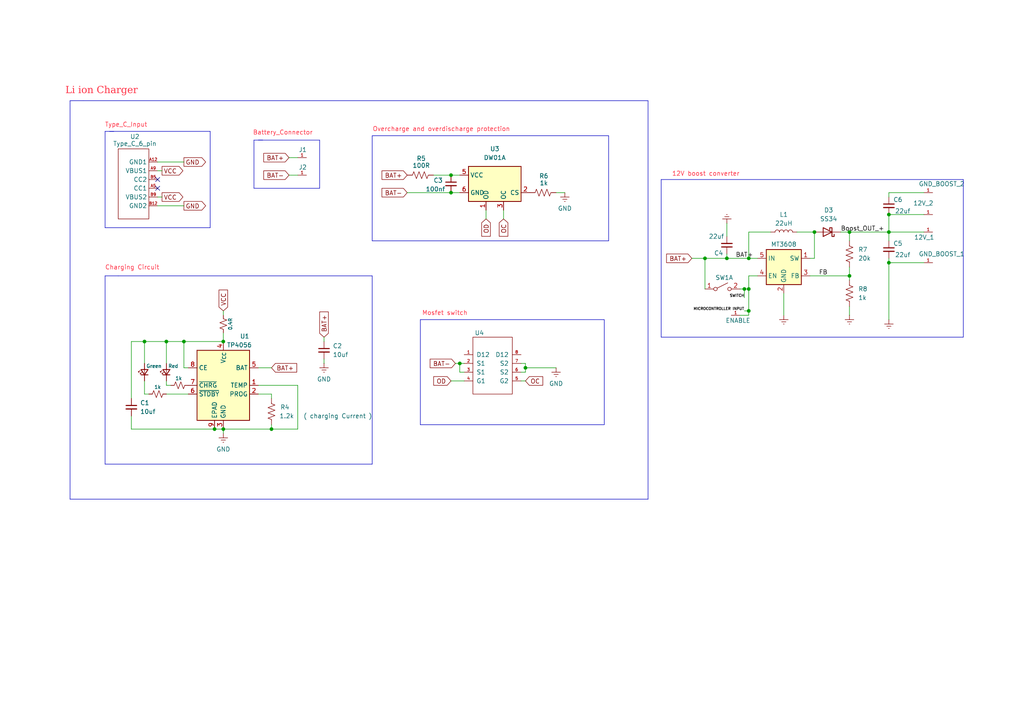
<source format=kicad_sch>
(kicad_sch
	(version 20250114)
	(generator "eeschema")
	(generator_version "9.0")
	(uuid "13892b6c-e7b6-4d40-a93f-2f9164a7680b")
	(paper "A4")
	(lib_symbols
		(symbol "Battery_Management:DW01A"
			(exclude_from_sim no)
			(in_bom yes)
			(on_board yes)
			(property "Reference" "U"
				(at -6.604 6.35 0)
				(effects
					(font
						(size 1.27 1.27)
					)
				)
			)
			(property "Value" "DW01A"
				(at 4.318 6.604 0)
				(effects
					(font
						(size 1.27 1.27)
					)
				)
			)
			(property "Footprint" "Package_TO_SOT_SMD:SOT-23-6"
				(at 0 0 0)
				(effects
					(font
						(size 1.27 1.27)
					)
					(hide yes)
				)
			)
			(property "Datasheet" "https://hmsemi.com/downfile/DW01A.PDF"
				(at 0 0 0)
				(effects
					(font
						(size 1.27 1.27)
					)
					(hide yes)
				)
			)
			(property "Description" "Overcharge, overcurrent and overdischarge protection IC for single cell lithium-ion/polymer battery"
				(at 0.254 1.524 0)
				(effects
					(font
						(size 1.27 1.27)
					)
					(hide yes)
				)
			)
			(property "ki_keywords" "battery protection li-ion lipo overcurrent overdischarge overcharge"
				(at 0 0 0)
				(effects
					(font
						(size 1.27 1.27)
					)
					(hide yes)
				)
			)
			(property "ki_fp_filters" "SOT?23*"
				(at 0 0 0)
				(effects
					(font
						(size 1.27 1.27)
					)
					(hide yes)
				)
			)
			(symbol "DW01A_0_1"
				(pin power_in line
					(at -10.16 2.54 0)
					(length 2.54)
					(name "VCC"
						(effects
							(font
								(size 1.27 1.27)
							)
						)
					)
					(number "5"
						(effects
							(font
								(size 1.27 1.27)
							)
						)
					)
				)
				(pin power_in line
					(at -10.16 -2.54 0)
					(length 2.54)
					(name "GND"
						(effects
							(font
								(size 1.27 1.27)
							)
						)
					)
					(number "6"
						(effects
							(font
								(size 1.27 1.27)
							)
						)
					)
				)
				(pin output line
					(at -2.54 -7.62 90)
					(length 2.54)
					(name "OD"
						(effects
							(font
								(size 1.27 1.27)
							)
						)
					)
					(number "1"
						(effects
							(font
								(size 1.27 1.27)
							)
						)
					)
				)
				(pin output line
					(at 2.54 -7.62 90)
					(length 2.54)
					(name "OC"
						(effects
							(font
								(size 1.27 1.27)
							)
						)
					)
					(number "3"
						(effects
							(font
								(size 1.27 1.27)
							)
						)
					)
				)
				(pin input line
					(at 10.16 -2.54 180)
					(length 2.54)
					(name "CS"
						(effects
							(font
								(size 1.27 1.27)
							)
						)
					)
					(number "2"
						(effects
							(font
								(size 1.27 1.27)
							)
						)
					)
				)
			)
			(symbol "DW01A_1_1"
				(rectangle
					(start -7.62 5.08)
					(end 7.62 -5.08)
					(stroke
						(width 0.254)
						(type default)
					)
					(fill
						(type background)
					)
				)
				(pin no_connect line
					(at 10.16 2.54 180)
					(length 2.54)
					(hide yes)
					(name "TD"
						(effects
							(font
								(size 1.27 1.27)
							)
						)
					)
					(number "4"
						(effects
							(font
								(size 1.27 1.27)
							)
						)
					)
				)
			)
			(embedded_fonts no)
		)
		(symbol "Battery_Management:TP4056-42-ESOP8"
			(exclude_from_sim no)
			(in_bom yes)
			(on_board yes)
			(property "Reference" "U"
				(at -6.604 11.684 0)
				(effects
					(font
						(size 1.27 1.27)
					)
				)
			)
			(property "Value" "TP4056-42-ESOP8"
				(at 10.16 11.684 0)
				(effects
					(font
						(size 1.27 1.27)
					)
				)
			)
			(property "Footprint" "Package_SO:SOIC-8-1EP_3.9x4.9mm_P1.27mm_EP2.41x3.3mm_ThermalVias"
				(at 0.508 -22.86 0)
				(effects
					(font
						(size 1.27 1.27)
					)
					(hide yes)
				)
			)
			(property "Datasheet" "https://www.lcsc.com/datasheet/lcsc_datasheet_2410121619_TOPPOWER-Nanjing-Extension-Microelectronics-TP4056-42-ESOP8_C16581.pdf"
				(at 0 -25.4 0)
				(effects
					(font
						(size 1.27 1.27)
					)
					(hide yes)
				)
			)
			(property "Description" "1A Standalone Linear Li-ion/LiPo single-cell battery charger, 4.2V ±1% charge voltage, VCC = 4.0..8.0V, SOIC-8 (SOP-8)"
				(at 0.508 -20.32 0)
				(effects
					(font
						(size 1.27 1.27)
					)
					(hide yes)
				)
			)
			(property "ki_keywords" "lithium-ion lithium-polymer Li-Poly"
				(at 0 0 0)
				(effects
					(font
						(size 1.27 1.27)
					)
					(hide yes)
				)
			)
			(property "ki_fp_filters" "*SO*3.9x4.*P1.27mm*EP2.4*x3.3*mm*"
				(at 0 0 0)
				(effects
					(font
						(size 1.27 1.27)
					)
					(hide yes)
				)
			)
			(symbol "TP4056-42-ESOP8_1_0"
				(pin input line
					(at -10.16 5.08 0)
					(length 2.54)
					(name "CE"
						(effects
							(font
								(size 1.27 1.27)
							)
						)
					)
					(number "8"
						(effects
							(font
								(size 1.27 1.27)
							)
						)
					)
				)
				(pin open_collector line
					(at -10.16 0 0)
					(length 2.54)
					(name "~{CHRG}"
						(effects
							(font
								(size 1.27 1.27)
							)
						)
					)
					(number "7"
						(effects
							(font
								(size 1.27 1.27)
							)
						)
					)
				)
				(pin open_collector line
					(at -10.16 -2.54 0)
					(length 2.54)
					(name "~{STDBY}"
						(effects
							(font
								(size 1.27 1.27)
							)
						)
					)
					(number "6"
						(effects
							(font
								(size 1.27 1.27)
							)
						)
					)
				)
				(pin passive line
					(at -2.54 -12.7 90)
					(length 2.54)
					(name "EPAD"
						(effects
							(font
								(size 1.27 1.27)
							)
						)
					)
					(number "9"
						(effects
							(font
								(size 1.27 1.27)
							)
						)
					)
				)
				(pin power_in line
					(at 0 12.7 270)
					(length 2.54)
					(name "V_{CC}"
						(effects
							(font
								(size 1.27 1.27)
							)
						)
					)
					(number "4"
						(effects
							(font
								(size 1.27 1.27)
							)
						)
					)
				)
				(pin power_in line
					(at 0 -12.7 90)
					(length 2.54)
					(name "GND"
						(effects
							(font
								(size 1.27 1.27)
							)
						)
					)
					(number "3"
						(effects
							(font
								(size 1.27 1.27)
							)
						)
					)
				)
				(pin power_out line
					(at 10.16 5.08 180)
					(length 2.54)
					(name "BAT"
						(effects
							(font
								(size 1.27 1.27)
							)
						)
					)
					(number "5"
						(effects
							(font
								(size 1.27 1.27)
							)
						)
					)
				)
				(pin input line
					(at 10.16 0 180)
					(length 2.54)
					(name "TEMP"
						(effects
							(font
								(size 1.27 1.27)
							)
						)
					)
					(number "1"
						(effects
							(font
								(size 1.27 1.27)
							)
						)
					)
				)
				(pin passive line
					(at 10.16 -2.54 180)
					(length 2.54)
					(name "PROG"
						(effects
							(font
								(size 1.27 1.27)
							)
						)
					)
					(number "2"
						(effects
							(font
								(size 1.27 1.27)
							)
						)
					)
				)
			)
			(symbol "TP4056-42-ESOP8_1_1"
				(rectangle
					(start -7.62 10.16)
					(end 7.62 -10.16)
					(stroke
						(width 0.254)
						(type default)
					)
					(fill
						(type background)
					)
				)
			)
			(embedded_fonts no)
		)
		(symbol "Device:C_Small"
			(pin_numbers
				(hide yes)
			)
			(pin_names
				(offset 0.254)
				(hide yes)
			)
			(exclude_from_sim no)
			(in_bom yes)
			(on_board yes)
			(property "Reference" "C"
				(at 0.254 1.778 0)
				(effects
					(font
						(size 1.27 1.27)
					)
					(justify left)
				)
			)
			(property "Value" "C_Small"
				(at 0.254 -2.032 0)
				(effects
					(font
						(size 1.27 1.27)
					)
					(justify left)
				)
			)
			(property "Footprint" ""
				(at 0 0 0)
				(effects
					(font
						(size 1.27 1.27)
					)
					(hide yes)
				)
			)
			(property "Datasheet" "~"
				(at 0 0 0)
				(effects
					(font
						(size 1.27 1.27)
					)
					(hide yes)
				)
			)
			(property "Description" "Unpolarized capacitor, small symbol"
				(at 0 0 0)
				(effects
					(font
						(size 1.27 1.27)
					)
					(hide yes)
				)
			)
			(property "ki_keywords" "capacitor cap"
				(at 0 0 0)
				(effects
					(font
						(size 1.27 1.27)
					)
					(hide yes)
				)
			)
			(property "ki_fp_filters" "C_*"
				(at 0 0 0)
				(effects
					(font
						(size 1.27 1.27)
					)
					(hide yes)
				)
			)
			(symbol "C_Small_0_1"
				(polyline
					(pts
						(xy -1.524 0.508) (xy 1.524 0.508)
					)
					(stroke
						(width 0.3048)
						(type default)
					)
					(fill
						(type none)
					)
				)
				(polyline
					(pts
						(xy -1.524 -0.508) (xy 1.524 -0.508)
					)
					(stroke
						(width 0.3302)
						(type default)
					)
					(fill
						(type none)
					)
				)
			)
			(symbol "C_Small_1_1"
				(pin passive line
					(at 0 2.54 270)
					(length 2.032)
					(name "~"
						(effects
							(font
								(size 1.27 1.27)
							)
						)
					)
					(number "1"
						(effects
							(font
								(size 1.27 1.27)
							)
						)
					)
				)
				(pin passive line
					(at 0 -2.54 90)
					(length 2.032)
					(name "~"
						(effects
							(font
								(size 1.27 1.27)
							)
						)
					)
					(number "2"
						(effects
							(font
								(size 1.27 1.27)
							)
						)
					)
				)
			)
			(embedded_fonts no)
		)
		(symbol "Device:L"
			(pin_numbers
				(hide yes)
			)
			(pin_names
				(offset 1.016)
				(hide yes)
			)
			(exclude_from_sim no)
			(in_bom yes)
			(on_board yes)
			(property "Reference" "L"
				(at -1.27 0 90)
				(effects
					(font
						(size 1.27 1.27)
					)
				)
			)
			(property "Value" "L"
				(at 1.905 0 90)
				(effects
					(font
						(size 1.27 1.27)
					)
				)
			)
			(property "Footprint" ""
				(at 0 0 0)
				(effects
					(font
						(size 1.27 1.27)
					)
					(hide yes)
				)
			)
			(property "Datasheet" "~"
				(at 0 0 0)
				(effects
					(font
						(size 1.27 1.27)
					)
					(hide yes)
				)
			)
			(property "Description" "Inductor"
				(at 0 0 0)
				(effects
					(font
						(size 1.27 1.27)
					)
					(hide yes)
				)
			)
			(property "ki_keywords" "inductor choke coil reactor magnetic"
				(at 0 0 0)
				(effects
					(font
						(size 1.27 1.27)
					)
					(hide yes)
				)
			)
			(property "ki_fp_filters" "Choke_* *Coil* Inductor_* L_*"
				(at 0 0 0)
				(effects
					(font
						(size 1.27 1.27)
					)
					(hide yes)
				)
			)
			(symbol "L_0_1"
				(arc
					(start 0 2.54)
					(mid 0.6323 1.905)
					(end 0 1.27)
					(stroke
						(width 0)
						(type default)
					)
					(fill
						(type none)
					)
				)
				(arc
					(start 0 1.27)
					(mid 0.6323 0.635)
					(end 0 0)
					(stroke
						(width 0)
						(type default)
					)
					(fill
						(type none)
					)
				)
				(arc
					(start 0 0)
					(mid 0.6323 -0.635)
					(end 0 -1.27)
					(stroke
						(width 0)
						(type default)
					)
					(fill
						(type none)
					)
				)
				(arc
					(start 0 -1.27)
					(mid 0.6323 -1.905)
					(end 0 -2.54)
					(stroke
						(width 0)
						(type default)
					)
					(fill
						(type none)
					)
				)
			)
			(symbol "L_1_1"
				(pin passive line
					(at 0 3.81 270)
					(length 1.27)
					(name "1"
						(effects
							(font
								(size 1.27 1.27)
							)
						)
					)
					(number "1"
						(effects
							(font
								(size 1.27 1.27)
							)
						)
					)
				)
				(pin passive line
					(at 0 -3.81 90)
					(length 1.27)
					(name "2"
						(effects
							(font
								(size 1.27 1.27)
							)
						)
					)
					(number "2"
						(effects
							(font
								(size 1.27 1.27)
							)
						)
					)
				)
			)
			(embedded_fonts no)
		)
		(symbol "Device:LED_Small"
			(pin_numbers
				(hide yes)
			)
			(pin_names
				(offset 0.254)
				(hide yes)
			)
			(exclude_from_sim no)
			(in_bom yes)
			(on_board yes)
			(property "Reference" "D"
				(at -1.27 3.175 0)
				(effects
					(font
						(size 1.27 1.27)
					)
					(justify left)
				)
			)
			(property "Value" "LED_Small"
				(at -4.445 -2.54 0)
				(effects
					(font
						(size 1.27 1.27)
					)
					(justify left)
				)
			)
			(property "Footprint" ""
				(at 0 0 90)
				(effects
					(font
						(size 1.27 1.27)
					)
					(hide yes)
				)
			)
			(property "Datasheet" "~"
				(at 0 0 90)
				(effects
					(font
						(size 1.27 1.27)
					)
					(hide yes)
				)
			)
			(property "Description" "Light emitting diode, small symbol"
				(at 0 0 0)
				(effects
					(font
						(size 1.27 1.27)
					)
					(hide yes)
				)
			)
			(property "Sim.Pin" "1=K 2=A"
				(at 0 0 0)
				(effects
					(font
						(size 1.27 1.27)
					)
					(hide yes)
				)
			)
			(property "ki_keywords" "LED diode light-emitting-diode"
				(at 0 0 0)
				(effects
					(font
						(size 1.27 1.27)
					)
					(hide yes)
				)
			)
			(property "ki_fp_filters" "LED* LED_SMD:* LED_THT:*"
				(at 0 0 0)
				(effects
					(font
						(size 1.27 1.27)
					)
					(hide yes)
				)
			)
			(symbol "LED_Small_0_1"
				(polyline
					(pts
						(xy -0.762 -1.016) (xy -0.762 1.016)
					)
					(stroke
						(width 0.254)
						(type default)
					)
					(fill
						(type none)
					)
				)
				(polyline
					(pts
						(xy 0 0.762) (xy -0.508 1.27) (xy -0.254 1.27) (xy -0.508 1.27) (xy -0.508 1.016)
					)
					(stroke
						(width 0)
						(type default)
					)
					(fill
						(type none)
					)
				)
				(polyline
					(pts
						(xy 0.508 1.27) (xy 0 1.778) (xy 0.254 1.778) (xy 0 1.778) (xy 0 1.524)
					)
					(stroke
						(width 0)
						(type default)
					)
					(fill
						(type none)
					)
				)
				(polyline
					(pts
						(xy 0.762 -1.016) (xy -0.762 0) (xy 0.762 1.016) (xy 0.762 -1.016)
					)
					(stroke
						(width 0.254)
						(type default)
					)
					(fill
						(type none)
					)
				)
				(polyline
					(pts
						(xy 1.016 0) (xy -0.762 0)
					)
					(stroke
						(width 0)
						(type default)
					)
					(fill
						(type none)
					)
				)
			)
			(symbol "LED_Small_1_1"
				(pin passive line
					(at -2.54 0 0)
					(length 1.778)
					(name "K"
						(effects
							(font
								(size 1.27 1.27)
							)
						)
					)
					(number "1"
						(effects
							(font
								(size 1.27 1.27)
							)
						)
					)
				)
				(pin passive line
					(at 2.54 0 180)
					(length 1.778)
					(name "A"
						(effects
							(font
								(size 1.27 1.27)
							)
						)
					)
					(number "2"
						(effects
							(font
								(size 1.27 1.27)
							)
						)
					)
				)
			)
			(embedded_fonts no)
		)
		(symbol "Device:R_Small_US"
			(pin_numbers
				(hide yes)
			)
			(pin_names
				(offset 0.254)
				(hide yes)
			)
			(exclude_from_sim no)
			(in_bom yes)
			(on_board yes)
			(property "Reference" "R"
				(at 0.762 0.508 0)
				(effects
					(font
						(size 1.27 1.27)
					)
					(justify left)
				)
			)
			(property "Value" "R_Small_US"
				(at 0.762 -1.016 0)
				(effects
					(font
						(size 1.27 1.27)
					)
					(justify left)
				)
			)
			(property "Footprint" ""
				(at 0 0 0)
				(effects
					(font
						(size 1.27 1.27)
					)
					(hide yes)
				)
			)
			(property "Datasheet" "~"
				(at 0 0 0)
				(effects
					(font
						(size 1.27 1.27)
					)
					(hide yes)
				)
			)
			(property "Description" "Resistor, small US symbol"
				(at 0 0 0)
				(effects
					(font
						(size 1.27 1.27)
					)
					(hide yes)
				)
			)
			(property "ki_keywords" "r resistor"
				(at 0 0 0)
				(effects
					(font
						(size 1.27 1.27)
					)
					(hide yes)
				)
			)
			(property "ki_fp_filters" "R_*"
				(at 0 0 0)
				(effects
					(font
						(size 1.27 1.27)
					)
					(hide yes)
				)
			)
			(symbol "R_Small_US_1_1"
				(polyline
					(pts
						(xy 0 1.524) (xy 1.016 1.143) (xy 0 0.762) (xy -1.016 0.381) (xy 0 0)
					)
					(stroke
						(width 0)
						(type default)
					)
					(fill
						(type none)
					)
				)
				(polyline
					(pts
						(xy 0 0) (xy 1.016 -0.381) (xy 0 -0.762) (xy -1.016 -1.143) (xy 0 -1.524)
					)
					(stroke
						(width 0)
						(type default)
					)
					(fill
						(type none)
					)
				)
				(pin passive line
					(at 0 2.54 270)
					(length 1.016)
					(name "~"
						(effects
							(font
								(size 1.27 1.27)
							)
						)
					)
					(number "1"
						(effects
							(font
								(size 1.27 1.27)
							)
						)
					)
				)
				(pin passive line
					(at 0 -2.54 90)
					(length 1.016)
					(name "~"
						(effects
							(font
								(size 1.27 1.27)
							)
						)
					)
					(number "2"
						(effects
							(font
								(size 1.27 1.27)
							)
						)
					)
				)
			)
			(embedded_fonts no)
		)
		(symbol "Device:R_US"
			(pin_numbers
				(hide yes)
			)
			(pin_names
				(offset 0)
			)
			(exclude_from_sim no)
			(in_bom yes)
			(on_board yes)
			(property "Reference" "R"
				(at 2.54 0 90)
				(effects
					(font
						(size 1.27 1.27)
					)
				)
			)
			(property "Value" "R_US"
				(at -2.54 0 90)
				(effects
					(font
						(size 1.27 1.27)
					)
				)
			)
			(property "Footprint" ""
				(at 1.016 -0.254 90)
				(effects
					(font
						(size 1.27 1.27)
					)
					(hide yes)
				)
			)
			(property "Datasheet" "~"
				(at 0 0 0)
				(effects
					(font
						(size 1.27 1.27)
					)
					(hide yes)
				)
			)
			(property "Description" "Resistor, US symbol"
				(at 0 0 0)
				(effects
					(font
						(size 1.27 1.27)
					)
					(hide yes)
				)
			)
			(property "ki_keywords" "R res resistor"
				(at 0 0 0)
				(effects
					(font
						(size 1.27 1.27)
					)
					(hide yes)
				)
			)
			(property "ki_fp_filters" "R_*"
				(at 0 0 0)
				(effects
					(font
						(size 1.27 1.27)
					)
					(hide yes)
				)
			)
			(symbol "R_US_0_1"
				(polyline
					(pts
						(xy 0 2.286) (xy 0 2.54)
					)
					(stroke
						(width 0)
						(type default)
					)
					(fill
						(type none)
					)
				)
				(polyline
					(pts
						(xy 0 2.286) (xy 1.016 1.905) (xy 0 1.524) (xy -1.016 1.143) (xy 0 0.762)
					)
					(stroke
						(width 0)
						(type default)
					)
					(fill
						(type none)
					)
				)
				(polyline
					(pts
						(xy 0 0.762) (xy 1.016 0.381) (xy 0 0) (xy -1.016 -0.381) (xy 0 -0.762)
					)
					(stroke
						(width 0)
						(type default)
					)
					(fill
						(type none)
					)
				)
				(polyline
					(pts
						(xy 0 -0.762) (xy 1.016 -1.143) (xy 0 -1.524) (xy -1.016 -1.905) (xy 0 -2.286)
					)
					(stroke
						(width 0)
						(type default)
					)
					(fill
						(type none)
					)
				)
				(polyline
					(pts
						(xy 0 -2.286) (xy 0 -2.54)
					)
					(stroke
						(width 0)
						(type default)
					)
					(fill
						(type none)
					)
				)
			)
			(symbol "R_US_1_1"
				(pin passive line
					(at 0 3.81 270)
					(length 1.27)
					(name "~"
						(effects
							(font
								(size 1.27 1.27)
							)
						)
					)
					(number "1"
						(effects
							(font
								(size 1.27 1.27)
							)
						)
					)
				)
				(pin passive line
					(at 0 -3.81 90)
					(length 1.27)
					(name "~"
						(effects
							(font
								(size 1.27 1.27)
							)
						)
					)
					(number "2"
						(effects
							(font
								(size 1.27 1.27)
							)
						)
					)
				)
			)
			(embedded_fonts no)
		)
		(symbol "Diode:SS34"
			(pin_numbers
				(hide yes)
			)
			(pin_names
				(offset 1.016)
				(hide yes)
			)
			(exclude_from_sim no)
			(in_bom yes)
			(on_board yes)
			(property "Reference" "D"
				(at 0 2.54 0)
				(effects
					(font
						(size 1.27 1.27)
					)
				)
			)
			(property "Value" "SS34"
				(at 0 -2.54 0)
				(effects
					(font
						(size 1.27 1.27)
					)
				)
			)
			(property "Footprint" "Diode_SMD:D_SMA"
				(at 0 -4.445 0)
				(effects
					(font
						(size 1.27 1.27)
					)
					(hide yes)
				)
			)
			(property "Datasheet" "https://www.vishay.com/docs/88751/ss32.pdf"
				(at 0 0 0)
				(effects
					(font
						(size 1.27 1.27)
					)
					(hide yes)
				)
			)
			(property "Description" "40V 3A Schottky Diode, SMA"
				(at 0 0 0)
				(effects
					(font
						(size 1.27 1.27)
					)
					(hide yes)
				)
			)
			(property "ki_keywords" "diode Schottky"
				(at 0 0 0)
				(effects
					(font
						(size 1.27 1.27)
					)
					(hide yes)
				)
			)
			(property "ki_fp_filters" "D*SMA*"
				(at 0 0 0)
				(effects
					(font
						(size 1.27 1.27)
					)
					(hide yes)
				)
			)
			(symbol "SS34_0_1"
				(polyline
					(pts
						(xy -1.905 0.635) (xy -1.905 1.27) (xy -1.27 1.27) (xy -1.27 -1.27) (xy -0.635 -1.27) (xy -0.635 -0.635)
					)
					(stroke
						(width 0.254)
						(type default)
					)
					(fill
						(type none)
					)
				)
				(polyline
					(pts
						(xy 1.27 1.27) (xy 1.27 -1.27) (xy -1.27 0) (xy 1.27 1.27)
					)
					(stroke
						(width 0.254)
						(type default)
					)
					(fill
						(type none)
					)
				)
				(polyline
					(pts
						(xy 1.27 0) (xy -1.27 0)
					)
					(stroke
						(width 0)
						(type default)
					)
					(fill
						(type none)
					)
				)
			)
			(symbol "SS34_1_1"
				(pin passive line
					(at -3.81 0 0)
					(length 2.54)
					(name "K"
						(effects
							(font
								(size 1.27 1.27)
							)
						)
					)
					(number "1"
						(effects
							(font
								(size 1.27 1.27)
							)
						)
					)
				)
				(pin passive line
					(at 3.81 0 180)
					(length 2.54)
					(name "A"
						(effects
							(font
								(size 1.27 1.27)
							)
						)
					)
					(number "2"
						(effects
							(font
								(size 1.27 1.27)
							)
						)
					)
				)
			)
			(embedded_fonts no)
		)
		(symbol "My_Library:FS8205A"
			(pin_names
				(offset 1.016)
			)
			(exclude_from_sim no)
			(in_bom yes)
			(on_board yes)
			(property "Reference" "U"
				(at 3.048 4.318 0)
				(effects
					(font
						(size 1.27 1.27)
					)
					(justify left bottom)
					(hide yes)
				)
			)
			(property "Value" ""
				(at -11.43 -12.7 0)
				(effects
					(font
						(size 1.27 1.27)
					)
					(justify left bottom)
					(hide yes)
				)
			)
			(property "Footprint" ""
				(at 0 0 0)
				(effects
					(font
						(size 1.27 1.27)
					)
					(justify bottom)
					(hide yes)
				)
			)
			(property "Datasheet" ""
				(at 0 0 0)
				(effects
					(font
						(size 1.27 1.27)
					)
					(hide yes)
				)
			)
			(property "Description" ""
				(at 0 0 0)
				(effects
					(font
						(size 1.27 1.27)
					)
					(hide yes)
				)
			)
			(property "MF" ""
				(at 0 0 0)
				(effects
					(font
						(size 1.27 1.27)
					)
					(justify bottom)
					(hide yes)
				)
			)
			(property "MAXIMUM_PACKAGE_HEIGHT" ""
				(at 0 0 0)
				(effects
					(font
						(size 1.27 1.27)
					)
					(justify bottom)
					(hide yes)
				)
			)
			(property "Package" ""
				(at 0 0 0)
				(effects
					(font
						(size 1.27 1.27)
					)
					(justify bottom)
					(hide yes)
				)
			)
			(property "Price" ""
				(at 0 0 0)
				(effects
					(font
						(size 1.27 1.27)
					)
					(justify bottom)
					(hide yes)
				)
			)
			(property "Check_prices" ""
				(at 0 0 0)
				(do_not_autoplace)
				(effects
					(font
						(size 1.27 1.27)
					)
					(justify bottom)
					(hide yes)
				)
			)
			(property "STANDARD" ""
				(at 0 0 0)
				(effects
					(font
						(size 1.27 1.27)
					)
					(justify bottom)
					(hide yes)
				)
			)
			(property "PARTREV" ""
				(at 0 0 0)
				(effects
					(font
						(size 1.27 1.27)
					)
					(justify bottom)
					(hide yes)
				)
			)
			(property "SnapEDA_Link" ""
				(at 0 0 0)
				(effects
					(font
						(size 1.27 1.27)
					)
					(justify bottom)
					(hide yes)
				)
			)
			(property "MP" ""
				(at 0 0 0)
				(effects
					(font
						(size 1.27 1.27)
					)
					(justify bottom)
					(hide yes)
				)
			)
			(property "Description_1" ""
				(at 0 0 0)
				(effects
					(font
						(size 1.27 1.27)
					)
					(justify bottom)
					(hide yes)
				)
			)
			(property "Availability" ""
				(at 0 0 0)
				(effects
					(font
						(size 1.27 1.27)
					)
					(justify bottom)
					(hide yes)
				)
			)
			(property "MANUFACTURER" ""
				(at 0 0 0)
				(effects
					(font
						(size 1.27 1.27)
					)
					(justify bottom)
					(hide yes)
				)
			)
			(symbol "FS8205A_0_1"
				(rectangle
					(start 2.54 3.81)
					(end 13.97 -12.7)
					(stroke
						(width 0)
						(type default)
					)
					(fill
						(type none)
					)
				)
			)
			(symbol "FS8205A_1_1"
				(pin input line
					(at 0 -1.27 0)
					(length 2.54)
					(name "D12"
						(effects
							(font
								(size 1.27 1.27)
							)
						)
					)
					(number "1"
						(effects
							(font
								(size 0.8382 0.8382)
							)
						)
					)
				)
				(pin input line
					(at 0 -3.81 0)
					(length 2.54)
					(name "S1"
						(effects
							(font
								(size 1.27 1.27)
							)
						)
					)
					(number "2"
						(effects
							(font
								(size 0.8382 0.8382)
							)
						)
					)
				)
				(pin input line
					(at 0 -6.35 0)
					(length 2.54)
					(name "S1"
						(effects
							(font
								(size 1.27 1.27)
							)
						)
					)
					(number "3"
						(effects
							(font
								(size 0.8382 0.8382)
							)
						)
					)
				)
				(pin input line
					(at 0 -8.89 0)
					(length 2.54)
					(name "G1"
						(effects
							(font
								(size 1.27 1.27)
							)
						)
					)
					(number "4"
						(effects
							(font
								(size 0.8382 0.8382)
							)
						)
					)
				)
				(pin input line
					(at 16.51 -1.27 180)
					(length 2.54)
					(name "D12"
						(effects
							(font
								(size 1.27 1.27)
							)
						)
					)
					(number "8"
						(effects
							(font
								(size 0.8382 0.8382)
							)
						)
					)
				)
				(pin input line
					(at 16.51 -3.81 180)
					(length 2.54)
					(name "S2"
						(effects
							(font
								(size 1.27 1.27)
							)
						)
					)
					(number "7"
						(effects
							(font
								(size 0.8382 0.8382)
							)
						)
					)
				)
				(pin input line
					(at 16.51 -6.35 180)
					(length 2.54)
					(name "S2"
						(effects
							(font
								(size 1.27 1.27)
							)
						)
					)
					(number "6"
						(effects
							(font
								(size 0.8382 0.8382)
							)
						)
					)
				)
				(pin input line
					(at 16.51 -8.89 180)
					(length 2.54)
					(name "G2"
						(effects
							(font
								(size 1.27 1.27)
							)
						)
					)
					(number "5"
						(effects
							(font
								(size 0.8382 0.8382)
							)
						)
					)
				)
			)
			(embedded_fonts no)
		)
		(symbol "My_Library:Power_Connector"
			(exclude_from_sim no)
			(in_bom yes)
			(on_board yes)
			(property "Reference" "J"
				(at 0 0 0)
				(effects
					(font
						(size 1.27 1.27)
					)
				)
			)
			(property "Value" ""
				(at 0 0 0)
				(effects
					(font
						(size 1.27 1.27)
					)
				)
			)
			(property "Footprint" ""
				(at 0 0 0)
				(effects
					(font
						(size 1.27 1.27)
					)
					(hide yes)
				)
			)
			(property "Datasheet" ""
				(at 0 0 0)
				(effects
					(font
						(size 1.27 1.27)
					)
					(hide yes)
				)
			)
			(property "Description" ""
				(at 0 0 0)
				(effects
					(font
						(size 1.27 1.27)
					)
					(hide yes)
				)
			)
			(symbol "Power_Connector_1_1"
				(pin power_in line
					(at 0 -2.54 0)
					(length 2.54)
					(name ""
						(effects
							(font
								(size 1.27 1.27)
							)
						)
					)
					(number "1"
						(effects
							(font
								(size 0.8382 0.8382)
							)
						)
					)
				)
			)
			(embedded_fonts no)
		)
		(symbol "My_Library:Type_c_6_pin"
			(exclude_from_sim no)
			(in_bom yes)
			(on_board yes)
			(property "Reference" "U"
				(at 6.096 1.778 0)
				(effects
					(font
						(size 1.27 1.27)
					)
				)
			)
			(property "Value" ""
				(at 0 0 0)
				(effects
					(font
						(size 1.27 1.27)
					)
				)
			)
			(property "Footprint" ""
				(at 0 0 0)
				(effects
					(font
						(size 1.27 1.27)
					)
					(hide yes)
				)
			)
			(property "Datasheet" ""
				(at 0 0 0)
				(effects
					(font
						(size 1.27 1.27)
					)
					(hide yes)
				)
			)
			(property "Description" ""
				(at 0 0 0)
				(effects
					(font
						(size 1.27 1.27)
					)
					(hide yes)
				)
			)
			(symbol "Type_c_6_pin_0_1"
				(rectangle
					(start 2.54 0)
					(end 11.43 -20.32)
					(stroke
						(width 0)
						(type default)
					)
					(fill
						(type none)
					)
				)
			)
			(symbol "Type_c_6_pin_1_1"
				(pin power_out line
					(at 0 -3.81 0)
					(length 2.54)
					(name "GND2"
						(effects
							(font
								(size 1.27 1.27)
							)
						)
					)
					(number "B12"
						(effects
							(font
								(size 0.8128 0.8128)
							)
						)
					)
				)
				(pin power_out line
					(at 0 -6.35 0)
					(length 2.54)
					(name "VBUS2"
						(effects
							(font
								(size 1.27 1.27)
							)
						)
					)
					(number "B9"
						(effects
							(font
								(size 0.8382 0.8382)
							)
						)
					)
				)
				(pin input line
					(at 0 -8.89 0)
					(length 2.54)
					(name "CC1"
						(effects
							(font
								(size 1.27 1.27)
							)
						)
					)
					(number "A5"
						(effects
							(font
								(size 0.8382 0.8382)
							)
						)
					)
				)
				(pin input line
					(at 0 -11.43 0)
					(length 2.54)
					(name "CC2"
						(effects
							(font
								(size 1.27 1.27)
							)
						)
					)
					(number "B5"
						(effects
							(font
								(size 0.8382 0.8382)
							)
						)
					)
				)
				(pin power_out line
					(at 0 -13.97 0)
					(length 2.54)
					(name "VBUS1"
						(effects
							(font
								(size 1.27 1.27)
							)
						)
					)
					(number "A9"
						(effects
							(font
								(size 0.8382 0.8382)
							)
						)
					)
				)
				(pin power_out line
					(at 0 -16.51 0)
					(length 2.54)
					(name "GND1"
						(effects
							(font
								(size 1.27 1.27)
							)
						)
					)
					(number "A12"
						(effects
							(font
								(size 0.8382 0.8382)
							)
						)
					)
				)
			)
			(embedded_fonts no)
		)
		(symbol "Regulator_Switching:MT3608"
			(exclude_from_sim no)
			(in_bom yes)
			(on_board yes)
			(property "Reference" "U"
				(at -2.54 8.89 0)
				(effects
					(font
						(size 1.27 1.27)
					)
					(justify left)
				)
			)
			(property "Value" "MT3608"
				(at -3.81 6.35 0)
				(effects
					(font
						(size 1.27 1.27)
					)
					(justify left)
				)
			)
			(property "Footprint" "Package_TO_SOT_SMD:SOT-23-6"
				(at 1.27 -6.35 0)
				(effects
					(font
						(size 1.27 1.27)
						(italic yes)
					)
					(justify left)
					(hide yes)
				)
			)
			(property "Datasheet" "https://www.olimex.com/Products/Breadboarding/BB-PWR-3608/resources/MT3608.pdf"
				(at -6.35 11.43 0)
				(effects
					(font
						(size 1.27 1.27)
					)
					(hide yes)
				)
			)
			(property "Description" "High Efficiency 1.2MHz 2A Step Up Converter, 2-24V Vin, 28V Vout, 4A current limit, 1.2MHz, SOT23-6"
				(at 0 0 0)
				(effects
					(font
						(size 1.27 1.27)
					)
					(hide yes)
				)
			)
			(property "ki_keywords" "Step-Up Boost DC-DC Regulator Adjustable"
				(at 0 0 0)
				(effects
					(font
						(size 1.27 1.27)
					)
					(hide yes)
				)
			)
			(property "ki_fp_filters" "SOT*23*"
				(at 0 0 0)
				(effects
					(font
						(size 1.27 1.27)
					)
					(hide yes)
				)
			)
			(symbol "MT3608_0_1"
				(rectangle
					(start -5.08 5.08)
					(end 5.08 -5.08)
					(stroke
						(width 0.254)
						(type default)
					)
					(fill
						(type background)
					)
				)
			)
			(symbol "MT3608_1_1"
				(pin power_in line
					(at -7.62 2.54 0)
					(length 2.54)
					(name "IN"
						(effects
							(font
								(size 1.27 1.27)
							)
						)
					)
					(number "5"
						(effects
							(font
								(size 1.27 1.27)
							)
						)
					)
				)
				(pin input line
					(at -7.62 -2.54 0)
					(length 2.54)
					(name "EN"
						(effects
							(font
								(size 1.27 1.27)
							)
						)
					)
					(number "4"
						(effects
							(font
								(size 1.27 1.27)
							)
						)
					)
				)
				(pin power_in line
					(at 0 -7.62 90)
					(length 2.54)
					(name "GND"
						(effects
							(font
								(size 1.27 1.27)
							)
						)
					)
					(number "2"
						(effects
							(font
								(size 1.27 1.27)
							)
						)
					)
				)
				(pin no_connect line
					(at 5.08 0 180)
					(length 2.54)
					(hide yes)
					(name "NC"
						(effects
							(font
								(size 1.27 1.27)
							)
						)
					)
					(number "6"
						(effects
							(font
								(size 1.27 1.27)
							)
						)
					)
				)
				(pin passive line
					(at 7.62 2.54 180)
					(length 2.54)
					(name "SW"
						(effects
							(font
								(size 1.27 1.27)
							)
						)
					)
					(number "1"
						(effects
							(font
								(size 1.27 1.27)
							)
						)
					)
				)
				(pin input line
					(at 7.62 -2.54 180)
					(length 2.54)
					(name "FB"
						(effects
							(font
								(size 1.27 1.27)
							)
						)
					)
					(number "3"
						(effects
							(font
								(size 1.27 1.27)
							)
						)
					)
				)
			)
			(embedded_fonts no)
		)
		(symbol "Switch:SW_DPST_x2"
			(pin_names
				(offset 0)
				(hide yes)
			)
			(exclude_from_sim no)
			(in_bom yes)
			(on_board yes)
			(property "Reference" "SW"
				(at 0 3.175 0)
				(effects
					(font
						(size 1.27 1.27)
					)
				)
			)
			(property "Value" "SW_DPST_x2"
				(at 0 -2.54 0)
				(effects
					(font
						(size 1.27 1.27)
					)
				)
			)
			(property "Footprint" ""
				(at 0 0 0)
				(effects
					(font
						(size 1.27 1.27)
					)
					(hide yes)
				)
			)
			(property "Datasheet" "~"
				(at 0 0 0)
				(effects
					(font
						(size 1.27 1.27)
					)
					(hide yes)
				)
			)
			(property "Description" "Single Pole Single Throw (SPST) switch, separate symbol"
				(at 0 0 0)
				(effects
					(font
						(size 1.27 1.27)
					)
					(hide yes)
				)
			)
			(property "ki_keywords" "switch lever"
				(at 0 0 0)
				(effects
					(font
						(size 1.27 1.27)
					)
					(hide yes)
				)
			)
			(symbol "SW_DPST_x2_0_0"
				(circle
					(center -2.032 0)
					(radius 0.508)
					(stroke
						(width 0)
						(type default)
					)
					(fill
						(type none)
					)
				)
				(polyline
					(pts
						(xy -1.524 0.254) (xy 1.524 1.778)
					)
					(stroke
						(width 0)
						(type default)
					)
					(fill
						(type none)
					)
				)
				(circle
					(center 2.032 0)
					(radius 0.508)
					(stroke
						(width 0)
						(type default)
					)
					(fill
						(type none)
					)
				)
			)
			(symbol "SW_DPST_x2_1_1"
				(pin passive line
					(at -5.08 0 0)
					(length 2.54)
					(name "A"
						(effects
							(font
								(size 1.27 1.27)
							)
						)
					)
					(number "1"
						(effects
							(font
								(size 1.27 1.27)
							)
						)
					)
				)
				(pin passive line
					(at 5.08 0 180)
					(length 2.54)
					(name "B"
						(effects
							(font
								(size 1.27 1.27)
							)
						)
					)
					(number "2"
						(effects
							(font
								(size 1.27 1.27)
							)
						)
					)
				)
			)
			(symbol "SW_DPST_x2_2_1"
				(pin passive line
					(at -5.08 0 0)
					(length 2.54)
					(name "A"
						(effects
							(font
								(size 1.27 1.27)
							)
						)
					)
					(number "3"
						(effects
							(font
								(size 1.27 1.27)
							)
						)
					)
				)
				(pin passive line
					(at 5.08 0 180)
					(length 2.54)
					(name "B"
						(effects
							(font
								(size 1.27 1.27)
							)
						)
					)
					(number "4"
						(effects
							(font
								(size 1.27 1.27)
							)
						)
					)
				)
			)
			(embedded_fonts no)
		)
		(symbol "power:GNDREF"
			(power)
			(pin_numbers
				(hide yes)
			)
			(pin_names
				(offset 0)
				(hide yes)
			)
			(exclude_from_sim no)
			(in_bom yes)
			(on_board yes)
			(property "Reference" "#PWR"
				(at 0 -6.35 0)
				(effects
					(font
						(size 1.27 1.27)
					)
					(hide yes)
				)
			)
			(property "Value" "GNDREF"
				(at 0 -3.81 0)
				(effects
					(font
						(size 1.27 1.27)
					)
				)
			)
			(property "Footprint" ""
				(at 0 0 0)
				(effects
					(font
						(size 1.27 1.27)
					)
					(hide yes)
				)
			)
			(property "Datasheet" ""
				(at 0 0 0)
				(effects
					(font
						(size 1.27 1.27)
					)
					(hide yes)
				)
			)
			(property "Description" "Power symbol creates a global label with name \"GNDREF\" , reference supply ground"
				(at 0 0 0)
				(effects
					(font
						(size 1.27 1.27)
					)
					(hide yes)
				)
			)
			(property "ki_keywords" "global power"
				(at 0 0 0)
				(effects
					(font
						(size 1.27 1.27)
					)
					(hide yes)
				)
			)
			(symbol "GNDREF_0_1"
				(polyline
					(pts
						(xy -0.635 -1.905) (xy 0.635 -1.905)
					)
					(stroke
						(width 0)
						(type default)
					)
					(fill
						(type none)
					)
				)
				(polyline
					(pts
						(xy -0.127 -2.54) (xy 0.127 -2.54)
					)
					(stroke
						(width 0)
						(type default)
					)
					(fill
						(type none)
					)
				)
				(polyline
					(pts
						(xy 0 -1.27) (xy 0 0)
					)
					(stroke
						(width 0)
						(type default)
					)
					(fill
						(type none)
					)
				)
				(polyline
					(pts
						(xy 1.27 -1.27) (xy -1.27 -1.27)
					)
					(stroke
						(width 0)
						(type default)
					)
					(fill
						(type none)
					)
				)
			)
			(symbol "GNDREF_1_1"
				(pin power_in line
					(at 0 0 270)
					(length 0)
					(name "~"
						(effects
							(font
								(size 1.27 1.27)
							)
						)
					)
					(number "1"
						(effects
							(font
								(size 1.27 1.27)
							)
						)
					)
				)
			)
			(embedded_fonts no)
		)
	)
	(text "Charging Circuit\n"
		(exclude_from_sim no)
		(at 38.354 77.724 0)
		(effects
			(font
				(size 1.27 1.27)
				(color 255 48 68 1)
			)
		)
		(uuid "26122c95-1584-4059-ba68-c4a885f8eb5a")
	)
	(text "12V boost converter\n"
		(exclude_from_sim no)
		(at 204.724 50.546 0)
		(effects
			(font
				(size 1.27 1.27)
				(color 255 48 68 1)
			)
		)
		(uuid "265336cd-ae4d-4dfa-91fd-d7c4046dee6f")
	)
	(text "Type_C_Input\n"
		(exclude_from_sim no)
		(at 36.576 36.322 0)
		(effects
			(font
				(size 1.27 1.27)
				(color 255 48 68 1)
			)
		)
		(uuid "2c675a2a-7241-46e1-81f4-110780044f47")
	)
	(text "Mosfet switch\n\n"
		(exclude_from_sim no)
		(at 129.032 91.948 0)
		(effects
			(font
				(size 1.27 1.27)
				(color 255 48 68 1)
			)
		)
		(uuid "2f407f4a-de4a-4b37-beb8-9d72f6725861")
	)
	(text "Battery_Connector"
		(exclude_from_sim no)
		(at 82.042 38.608 0)
		(effects
			(font
				(size 1.27 1.27)
				(color 255 48 68 1)
			)
		)
		(uuid "3bb799f4-cb99-40b7-b22c-adc15864cef6")
	)
	(text "Li ion Charger"
		(exclude_from_sim no)
		(at 29.464 26.924 0)
		(effects
			(font
				(face "Georgia")
				(size 2.032 2.032)
				(color 255 48 68 1)
			)
		)
		(uuid "3d0b09bb-038e-48eb-81f6-01ffe29254f4")
	)
	(text "Overcharge and overdischarge protection\n"
		(exclude_from_sim no)
		(at 128.016 37.592 0)
		(effects
			(font
				(size 1.27 1.27)
				(color 255 48 68 1)
			)
		)
		(uuid "e9fdf84f-f4de-4b99-af11-f02e5263b6a4")
	)
	(junction
		(at 130.81 55.88)
		(diameter 0)
		(color 0 0 0 0)
		(uuid "291585e2-522d-40c4-ae69-3e8f76e2d7f8")
	)
	(junction
		(at 64.77 99.06)
		(diameter 0)
		(color 0 0 0 0)
		(uuid "30710fe0-6866-4c09-b497-22dcfbedd7cc")
	)
	(junction
		(at 236.22 67.31)
		(diameter 0)
		(color 0 0 0 0)
		(uuid "408a525e-5232-4c5c-9815-4c8e7b0ede03")
	)
	(junction
		(at 152.4 106.68)
		(diameter 0)
		(color 0 0 0 0)
		(uuid "4dd03bec-bebb-4940-9622-de669c5c12de")
	)
	(junction
		(at 215.9 83.82)
		(diameter 0)
		(color 0 0 0 0)
		(uuid "4f169413-468b-4f72-9024-a38d19910df5")
	)
	(junction
		(at 246.38 67.31)
		(diameter 0)
		(color 0 0 0 0)
		(uuid "58f17de1-d575-48f2-ae94-d02efa1cd082")
	)
	(junction
		(at 204.47 74.93)
		(diameter 0)
		(color 0 0 0 0)
		(uuid "5c3e57ee-d616-41b9-92f9-2fa6997b6c94")
	)
	(junction
		(at 217.17 74.93)
		(diameter 0)
		(color 0 0 0 0)
		(uuid "64a68207-0cb5-4ef9-b6f9-709f24e1222d")
	)
	(junction
		(at 41.91 99.06)
		(diameter 0)
		(color 0 0 0 0)
		(uuid "67376552-a25a-4caa-a91a-d931eb993f02")
	)
	(junction
		(at 257.81 62.23)
		(diameter 0)
		(color 0 0 0 0)
		(uuid "79080150-f888-42cb-a731-a8f83ecdd27a")
	)
	(junction
		(at 217.17 90.17)
		(diameter 0)
		(color 0 0 0 0)
		(uuid "7b02f438-4217-4ff9-a3b9-2fddd42d020e")
	)
	(junction
		(at 257.81 67.31)
		(diameter 0)
		(color 0 0 0 0)
		(uuid "9a352480-ed19-41a3-b36b-2d318cd49fc9")
	)
	(junction
		(at 133.35 105.41)
		(diameter 0)
		(color 0 0 0 0)
		(uuid "a0a7541d-c904-4014-9d43-5880fb59dbb4")
	)
	(junction
		(at 210.82 74.93)
		(diameter 0)
		(color 0 0 0 0)
		(uuid "a2a95c1e-418c-4bec-ab7f-ceafa54e631a")
	)
	(junction
		(at 130.81 50.8)
		(diameter 0)
		(color 0 0 0 0)
		(uuid "b5749523-3052-4c52-acbc-775d01e02795")
	)
	(junction
		(at 48.26 99.06)
		(diameter 0)
		(color 0 0 0 0)
		(uuid "b7067a8b-fd4e-4570-b7cf-d2399bc5aa18")
	)
	(junction
		(at 246.38 80.01)
		(diameter 0)
		(color 0 0 0 0)
		(uuid "b777a861-7f9d-45bb-a402-f3292e7e23eb")
	)
	(junction
		(at 53.34 99.06)
		(diameter 0)
		(color 0 0 0 0)
		(uuid "bdd994c6-b7d7-4d7f-a775-9e61c13962df")
	)
	(junction
		(at 62.23 124.46)
		(diameter 0)
		(color 0 0 0 0)
		(uuid "ce6c7d9d-d128-4655-b9fa-55970980c083")
	)
	(junction
		(at 257.81 76.2)
		(diameter 0)
		(color 0 0 0 0)
		(uuid "d916e50d-bdf8-47f4-9be3-7e41695ed28b")
	)
	(junction
		(at 64.77 124.46)
		(diameter 0)
		(color 0 0 0 0)
		(uuid "e4c84efa-da85-4b1f-8e40-2a82c4825a7b")
	)
	(junction
		(at 78.74 124.46)
		(diameter 0)
		(color 0 0 0 0)
		(uuid "ecff4332-1e53-47a9-bde5-ff0c1f99b5d0")
	)
	(junction
		(at 217.17 83.82)
		(diameter 0)
		(color 0 0 0 0)
		(uuid "ed7c2453-40cb-479b-85e2-c0cc1cfe30c5")
	)
	(no_connect
		(at 45.72 54.61)
		(uuid "903790e5-214d-4264-a3a4-b3437f46e164")
	)
	(no_connect
		(at 45.72 52.07)
		(uuid "f7ea7f2b-5862-4c4c-9534-142ffc81788f")
	)
	(wire
		(pts
			(xy 62.23 124.46) (xy 64.77 124.46)
		)
		(stroke
			(width 0)
			(type default)
		)
		(uuid "047d527a-0a0d-4bda-8824-db4d35bad4a4")
	)
	(polyline
		(pts
			(xy 30.48 66.04) (xy 30.48 38.1)
		)
		(stroke
			(width 0)
			(type default)
		)
		(uuid "0841b731-6d95-4c48-a945-1eafa00d90ea")
	)
	(wire
		(pts
			(xy 133.35 105.41) (xy 133.35 107.95)
		)
		(stroke
			(width 0)
			(type default)
		)
		(uuid "084e60f9-814d-44a4-b18e-bd7dd4d844b3")
	)
	(polyline
		(pts
			(xy 92.71 40.64) (xy 92.71 54.61)
		)
		(stroke
			(width 0)
			(type default)
		)
		(uuid "08cb60b2-8fb5-4640-9e89-4408c5f9e942")
	)
	(wire
		(pts
			(xy 236.22 74.93) (xy 234.95 74.93)
		)
		(stroke
			(width 0)
			(type default)
		)
		(uuid "14cb38fb-49a5-466e-8d51-5b976da1608c")
	)
	(wire
		(pts
			(xy 257.81 62.23) (xy 257.81 67.31)
		)
		(stroke
			(width 0)
			(type default)
		)
		(uuid "171b7b96-687a-4853-aa41-bcb91bee99fa")
	)
	(wire
		(pts
			(xy 152.4 106.68) (xy 161.29 106.68)
		)
		(stroke
			(width 0)
			(type default)
		)
		(uuid "1aab8aa7-6ce4-4b52-97b6-0e6c6feec5eb")
	)
	(wire
		(pts
			(xy 200.66 74.93) (xy 204.47 74.93)
		)
		(stroke
			(width 0)
			(type default)
		)
		(uuid "1b51b8d7-2b22-4200-8262-0c48785db342")
	)
	(wire
		(pts
			(xy 132.08 105.41) (xy 133.35 105.41)
		)
		(stroke
			(width 0)
			(type default)
		)
		(uuid "1e19e261-702d-490a-b214-a3283e02b4fb")
	)
	(wire
		(pts
			(xy 204.47 74.93) (xy 204.47 83.82)
		)
		(stroke
			(width 0)
			(type default)
		)
		(uuid "1e28d18a-97b7-4843-857d-d66502b632e1")
	)
	(polyline
		(pts
			(xy 34.29 80.01) (xy 107.95 80.01)
		)
		(stroke
			(width 0)
			(type default)
		)
		(uuid "1fb331e3-9d44-4ec3-b86e-dbe766dba806")
	)
	(wire
		(pts
			(xy 152.4 106.68) (xy 152.4 107.95)
		)
		(stroke
			(width 0)
			(type default)
		)
		(uuid "21c364a9-a23f-41be-b1a7-fc0e9ba45c66")
	)
	(wire
		(pts
			(xy 243.84 67.31) (xy 246.38 67.31)
		)
		(stroke
			(width 0)
			(type default)
		)
		(uuid "22289bd3-43b5-429e-8556-5fb82db8f1be")
	)
	(wire
		(pts
			(xy 125.73 50.8) (xy 130.81 50.8)
		)
		(stroke
			(width 0)
			(type default)
		)
		(uuid "232c3cc5-9ae8-4878-80d9-50f4537b4655")
	)
	(wire
		(pts
			(xy 53.34 99.06) (xy 64.77 99.06)
		)
		(stroke
			(width 0)
			(type default)
		)
		(uuid "24f6290c-0ea1-4e72-8143-47914de05058")
	)
	(polyline
		(pts
			(xy 121.92 92.71) (xy 121.92 123.19)
		)
		(stroke
			(width 0)
			(type default)
		)
		(uuid "258289ed-2a5c-44d9-ba53-63e8925eb754")
	)
	(wire
		(pts
			(xy 64.77 96.52) (xy 64.77 99.06)
		)
		(stroke
			(width 0)
			(type default)
		)
		(uuid "26dc8b99-b2dc-4506-ae32-462cfa387a98")
	)
	(polyline
		(pts
			(xy 187.96 144.78) (xy 20.32 144.78)
		)
		(stroke
			(width 0)
			(type default)
		)
		(uuid "28f39d48-d75f-4f15-a5dd-611014cc501a")
	)
	(wire
		(pts
			(xy 45.72 49.53) (xy 46.99 49.53)
		)
		(stroke
			(width 0)
			(type default)
		)
		(uuid "299b1673-214e-452c-9ed7-9ce89dbadffd")
	)
	(wire
		(pts
			(xy 86.36 124.46) (xy 78.74 124.46)
		)
		(stroke
			(width 0)
			(type default)
		)
		(uuid "2cf17c14-a9ad-4cf3-9a44-c6a166db414e")
	)
	(wire
		(pts
			(xy 227.33 85.09) (xy 227.33 91.44)
		)
		(stroke
			(width 0)
			(type default)
		)
		(uuid "2e2b77fb-d0af-437d-9298-386efbee3829")
	)
	(wire
		(pts
			(xy 41.91 110.49) (xy 41.91 114.3)
		)
		(stroke
			(width 0)
			(type default)
		)
		(uuid "2f4b80c6-d571-44dc-9ac1-cfd1af345734")
	)
	(polyline
		(pts
			(xy 175.26 92.71) (xy 175.26 123.19)
		)
		(stroke
			(width 0)
			(type default)
		)
		(uuid "302355af-e0cc-4ad4-bd99-f477a1dd22c0")
	)
	(polyline
		(pts
			(xy 121.92 92.71) (xy 175.26 92.71)
		)
		(stroke
			(width 0)
			(type default)
		)
		(uuid "3309e8ba-0eb5-4410-8fa7-9d8a4732a8c9")
	)
	(wire
		(pts
			(xy 151.13 105.41) (xy 152.4 105.41)
		)
		(stroke
			(width 0)
			(type default)
		)
		(uuid "361e6976-9358-4679-bfe2-c42fd7cc118c")
	)
	(wire
		(pts
			(xy 134.62 105.41) (xy 133.35 105.41)
		)
		(stroke
			(width 0)
			(type default)
		)
		(uuid "38ada574-19fa-4eaa-959b-935b6a416fe1")
	)
	(wire
		(pts
			(xy 214.63 91.44) (xy 217.17 91.44)
		)
		(stroke
			(width 0)
			(type default)
		)
		(uuid "3a2e3a70-1fcb-4e7a-8cd4-f715de540a85")
	)
	(wire
		(pts
			(xy 152.4 105.41) (xy 152.4 106.68)
		)
		(stroke
			(width 0)
			(type default)
		)
		(uuid "3bb36ddd-baff-45dd-a88d-86870e3b2ffe")
	)
	(polyline
		(pts
			(xy 175.26 123.19) (xy 121.92 123.19)
		)
		(stroke
			(width 0)
			(type default)
		)
		(uuid "3bde9d05-7ad4-4688-a366-a3ecd2e53edf")
	)
	(polyline
		(pts
			(xy 20.32 29.21) (xy 24.13 29.21)
		)
		(stroke
			(width 0)
			(type default)
		)
		(uuid "3c0e2aa6-af7d-4239-a6f8-49c823704320")
	)
	(wire
		(pts
			(xy 146.05 60.96) (xy 146.05 63.5)
		)
		(stroke
			(width 0)
			(type default)
		)
		(uuid "3c958df2-9155-444d-ae5b-251b61850d93")
	)
	(wire
		(pts
			(xy 210.82 64.77) (xy 210.82 68.58)
		)
		(stroke
			(width 0)
			(type default)
		)
		(uuid "4236b362-38bb-4104-bb69-8a5b91e2f335")
	)
	(wire
		(pts
			(xy 210.82 73.66) (xy 210.82 74.93)
		)
		(stroke
			(width 0)
			(type default)
		)
		(uuid "4509ce4e-65ee-454a-8f70-2cf6d8e11495")
	)
	(wire
		(pts
			(xy 151.13 107.95) (xy 152.4 107.95)
		)
		(stroke
			(width 0)
			(type default)
		)
		(uuid "459cf21d-6f9a-4df2-93cf-17df8810c198")
	)
	(wire
		(pts
			(xy 217.17 80.01) (xy 217.17 83.82)
		)
		(stroke
			(width 0)
			(type default)
		)
		(uuid "4892c8c5-152e-493e-8c60-6be717e90577")
	)
	(wire
		(pts
			(xy 231.14 67.31) (xy 236.22 67.31)
		)
		(stroke
			(width 0)
			(type default)
		)
		(uuid "48a7fad4-db03-4bfe-ad39-91bcd0161bcf")
	)
	(polyline
		(pts
			(xy 60.96 38.1) (xy 60.96 66.04)
		)
		(stroke
			(width 0)
			(type default)
		)
		(uuid "4ce30403-e1d2-44c8-8d7c-45455289bf29")
	)
	(wire
		(pts
			(xy 130.81 55.88) (xy 133.35 55.88)
		)
		(stroke
			(width 0)
			(type default)
		)
		(uuid "4f80c45c-0502-403b-884f-ab267e2bd2ba")
	)
	(wire
		(pts
			(xy 78.74 123.19) (xy 78.74 124.46)
		)
		(stroke
			(width 0)
			(type default)
		)
		(uuid "50e7d5b5-c989-47e7-86ae-a3843d02e84a")
	)
	(wire
		(pts
			(xy 217.17 67.31) (xy 223.52 67.31)
		)
		(stroke
			(width 0)
			(type default)
		)
		(uuid "5245e0d1-6402-4fb0-ba42-bf5c9f7d5ae5")
	)
	(wire
		(pts
			(xy 74.93 106.68) (xy 78.74 106.68)
		)
		(stroke
			(width 0)
			(type default)
		)
		(uuid "53ab9cf3-0290-4538-bafd-1f9077ed26b1")
	)
	(polyline
		(pts
			(xy 20.32 144.78) (xy 20.32 29.21)
		)
		(stroke
			(width 0)
			(type default)
		)
		(uuid "53cb7dbb-39ad-417f-a9fe-af5bf56195ba")
	)
	(wire
		(pts
			(xy 215.9 90.17) (xy 217.17 90.17)
		)
		(stroke
			(width 0)
			(type default)
		)
		(uuid "551ba894-225f-4f13-b5c6-7c40877ae474")
	)
	(polyline
		(pts
			(xy 31.75 38.1) (xy 60.96 38.1)
		)
		(stroke
			(width 0)
			(type default)
		)
		(uuid "561c0dbe-872a-40da-88b9-a91566fcd98c")
	)
	(polyline
		(pts
			(xy 92.71 54.61) (xy 73.66 54.61)
		)
		(stroke
			(width 0)
			(type default)
		)
		(uuid "56773cca-60f1-48ba-9728-46f2ca0f998d")
	)
	(wire
		(pts
			(xy 74.93 114.3) (xy 78.74 114.3)
		)
		(stroke
			(width 0)
			(type default)
		)
		(uuid "5883561c-d411-4f00-887d-586f5691d2b2")
	)
	(wire
		(pts
			(xy 246.38 80.01) (xy 246.38 81.28)
		)
		(stroke
			(width 0)
			(type default)
		)
		(uuid "5f20c3a0-0896-4b03-b668-5170d478812c")
	)
	(wire
		(pts
			(xy 257.81 76.2) (xy 257.81 92.71)
		)
		(stroke
			(width 0)
			(type default)
		)
		(uuid "5f2669e8-ef70-45c5-b94a-57cfdc5f5e9a")
	)
	(polyline
		(pts
			(xy 24.13 29.21) (xy 187.96 29.21)
		)
		(stroke
			(width 0)
			(type default)
		)
		(uuid "5f73f725-6f59-4856-a8f1-dd99753bcba0")
	)
	(wire
		(pts
			(xy 38.1 120.65) (xy 38.1 124.46)
		)
		(stroke
			(width 0)
			(type default)
		)
		(uuid "631cfacb-fb9f-47ca-a6e9-aa0c63a297e1")
	)
	(wire
		(pts
			(xy 38.1 99.06) (xy 41.91 99.06)
		)
		(stroke
			(width 0)
			(type default)
		)
		(uuid "66741dd8-dc5b-4b72-a744-8667d7af8c77")
	)
	(wire
		(pts
			(xy 257.81 67.31) (xy 257.81 69.85)
		)
		(stroke
			(width 0)
			(type default)
		)
		(uuid "67f17d3b-2a02-4be3-bade-dfe866043cb5")
	)
	(polyline
		(pts
			(xy 60.96 66.04) (xy 30.48 66.04)
		)
		(stroke
			(width 0)
			(type default)
		)
		(uuid "69c989ec-c213-40eb-a846-56e4adf74a4f")
	)
	(wire
		(pts
			(xy 74.93 111.76) (xy 86.36 111.76)
		)
		(stroke
			(width 0)
			(type default)
		)
		(uuid "6acb877f-7e82-4ae4-b81a-14210fb12f2d")
	)
	(wire
		(pts
			(xy 83.82 45.72) (xy 86.36 45.72)
		)
		(stroke
			(width 0)
			(type default)
		)
		(uuid "6b5ace54-460e-4bdc-b7c3-bb50623040b8")
	)
	(polyline
		(pts
			(xy 107.95 80.01) (xy 107.95 134.62)
		)
		(stroke
			(width 0)
			(type default)
		)
		(uuid "6ea0d6d5-db55-41c7-9e94-373e58d61e7f")
	)
	(wire
		(pts
			(xy 45.72 57.15) (xy 46.99 57.15)
		)
		(stroke
			(width 0)
			(type default)
		)
		(uuid "6f716df8-e0ca-45e3-bff0-b13587a6241a")
	)
	(wire
		(pts
			(xy 246.38 69.85) (xy 246.38 67.31)
		)
		(stroke
			(width 0)
			(type default)
		)
		(uuid "73dc0dfd-fe4c-40b1-9bf8-8797e4d8738d")
	)
	(wire
		(pts
			(xy 234.95 80.01) (xy 246.38 80.01)
		)
		(stroke
			(width 0)
			(type default)
		)
		(uuid "74767ff8-164b-4d4b-a32f-121554f988a9")
	)
	(wire
		(pts
			(xy 130.81 50.8) (xy 133.35 50.8)
		)
		(stroke
			(width 0)
			(type default)
		)
		(uuid "75d1731c-efb2-4922-b967-990b7e0ff30e")
	)
	(wire
		(pts
			(xy 140.97 60.96) (xy 140.97 63.5)
		)
		(stroke
			(width 0)
			(type default)
		)
		(uuid "76c31153-5666-44b0-baef-4fcbb1340093")
	)
	(wire
		(pts
			(xy 48.26 111.76) (xy 48.26 110.49)
		)
		(stroke
			(width 0)
			(type default)
		)
		(uuid "7aec2224-6ce7-466e-aa07-2ad90b6f894d")
	)
	(wire
		(pts
			(xy 48.26 99.06) (xy 53.34 99.06)
		)
		(stroke
			(width 0)
			(type default)
		)
		(uuid "7e701a8e-38ab-476a-b820-8cdf9d737a1f")
	)
	(wire
		(pts
			(xy 130.81 110.49) (xy 134.62 110.49)
		)
		(stroke
			(width 0)
			(type default)
		)
		(uuid "7ffa4c6b-8432-43a1-8bf9-973144ad91d7")
	)
	(wire
		(pts
			(xy 217.17 90.17) (xy 217.17 91.44)
		)
		(stroke
			(width 0)
			(type default)
		)
		(uuid "8108203e-73ac-4f84-8353-45a3759f774f")
	)
	(wire
		(pts
			(xy 93.98 104.14) (xy 93.98 105.41)
		)
		(stroke
			(width 0)
			(type default)
		)
		(uuid "836afeec-46dc-42d3-8102-a7847b9e340e")
	)
	(wire
		(pts
			(xy 38.1 124.46) (xy 62.23 124.46)
		)
		(stroke
			(width 0)
			(type default)
		)
		(uuid "86c8f156-b8b9-44fa-b6fe-a76f98a39672")
	)
	(wire
		(pts
			(xy 246.38 77.47) (xy 246.38 80.01)
		)
		(stroke
			(width 0)
			(type default)
		)
		(uuid "8d0758cb-1a65-412f-b0c6-b4daa5cf9a42")
	)
	(wire
		(pts
			(xy 38.1 99.06) (xy 38.1 115.57)
		)
		(stroke
			(width 0)
			(type default)
		)
		(uuid "8e1bda83-cf96-41b7-8e00-193275dab9e3")
	)
	(wire
		(pts
			(xy 257.81 55.88) (xy 267.97 55.88)
		)
		(stroke
			(width 0)
			(type default)
		)
		(uuid "90422016-f2b0-45b6-9092-af19073ead76")
	)
	(wire
		(pts
			(xy 48.26 105.41) (xy 48.26 99.06)
		)
		(stroke
			(width 0)
			(type default)
		)
		(uuid "90d27ff7-60d6-4db0-9fbe-4ce8968f6310")
	)
	(wire
		(pts
			(xy 161.29 55.88) (xy 163.83 55.88)
		)
		(stroke
			(width 0)
			(type default)
		)
		(uuid "912249e4-a86a-4133-a13d-d64c352d28c6")
	)
	(wire
		(pts
			(xy 53.34 106.68) (xy 53.34 99.06)
		)
		(stroke
			(width 0)
			(type default)
		)
		(uuid "925b2236-5a5a-4c20-aead-b4ad5e7c3e7f")
	)
	(wire
		(pts
			(xy 78.74 124.46) (xy 64.77 124.46)
		)
		(stroke
			(width 0)
			(type default)
		)
		(uuid "9374a7dc-cdaa-4690-b1fd-c4ad0aa244b6")
	)
	(wire
		(pts
			(xy 236.22 67.31) (xy 236.22 74.93)
		)
		(stroke
			(width 0)
			(type default)
		)
		(uuid "95263965-4b20-40ec-8bf0-37c73d6cb467")
	)
	(polyline
		(pts
			(xy 107.95 39.37) (xy 107.95 69.85)
		)
		(stroke
			(width 0)
			(type default)
		)
		(uuid "975332a8-9cd4-4e1f-a348-0dd42ddf4c1a")
	)
	(polyline
		(pts
			(xy 279.4 52.07) (xy 279.4 97.79)
		)
		(stroke
			(width 0)
			(type default)
		)
		(uuid "98f13ed9-e9d7-4058-bbe0-780ffd19222d")
	)
	(wire
		(pts
			(xy 93.98 97.79) (xy 93.98 99.06)
		)
		(stroke
			(width 0)
			(type default)
		)
		(uuid "99f26d02-23fe-47d7-9954-252ea60fd50c")
	)
	(wire
		(pts
			(xy 246.38 67.31) (xy 257.81 67.31)
		)
		(stroke
			(width 0)
			(type default)
		)
		(uuid "9a7c047d-7185-49cd-9d8b-613f5f7de246")
	)
	(wire
		(pts
			(xy 257.81 76.2) (xy 267.97 76.2)
		)
		(stroke
			(width 0)
			(type default)
		)
		(uuid "9b4f731f-d8a6-46ba-8256-41be328ac51f")
	)
	(wire
		(pts
			(xy 217.17 80.01) (xy 219.71 80.01)
		)
		(stroke
			(width 0)
			(type default)
		)
		(uuid "9c19c605-ef74-4fed-972a-b8212a2eaf34")
	)
	(wire
		(pts
			(xy 41.91 114.3) (xy 43.18 114.3)
		)
		(stroke
			(width 0)
			(type default)
		)
		(uuid "9c86a39d-e35e-4a63-8530-e62b5220b5f5")
	)
	(polyline
		(pts
			(xy 30.48 134.62) (xy 30.48 80.01)
		)
		(stroke
			(width 0)
			(type default)
		)
		(uuid "a1da623a-cc98-4334-924d-fce87a2caf86")
	)
	(polyline
		(pts
			(xy 30.48 80.01) (xy 34.29 80.01)
		)
		(stroke
			(width 0)
			(type default)
		)
		(uuid "a22e7e32-e6a3-4b7e-a9dd-3691caa8fcbf")
	)
	(wire
		(pts
			(xy 217.17 83.82) (xy 217.17 90.17)
		)
		(stroke
			(width 0)
			(type default)
		)
		(uuid "a55f8c80-bb24-40fb-9017-4d83255be0c4")
	)
	(wire
		(pts
			(xy 64.77 124.46) (xy 64.77 125.73)
		)
		(stroke
			(width 0)
			(type default)
		)
		(uuid "a5c45e13-50bb-4698-895b-471020643a1f")
	)
	(polyline
		(pts
			(xy 107.95 39.37) (xy 176.53 39.37)
		)
		(stroke
			(width 0)
			(type default)
		)
		(uuid "a63fc1d9-b1e3-49a6-9ff9-bad1b36d9d2f")
	)
	(polyline
		(pts
			(xy 176.53 69.85) (xy 107.95 69.85)
		)
		(stroke
			(width 0)
			(type default)
		)
		(uuid "aa91797d-6001-40a0-8d07-99788d72e378")
	)
	(wire
		(pts
			(xy 49.53 111.76) (xy 48.26 111.76)
		)
		(stroke
			(width 0)
			(type default)
		)
		(uuid "aaf06f6a-3333-450e-a54b-fe26269248cb")
	)
	(wire
		(pts
			(xy 215.9 83.82) (xy 217.17 83.82)
		)
		(stroke
			(width 0)
			(type default)
		)
		(uuid "af22ceb7-4f1e-41ff-8b02-0bc43b87dfdc")
	)
	(wire
		(pts
			(xy 257.81 67.31) (xy 267.97 67.31)
		)
		(stroke
			(width 0)
			(type default)
		)
		(uuid "b041d352-4ac1-4112-8681-bd5bcef4b688")
	)
	(wire
		(pts
			(xy 151.13 110.49) (xy 152.4 110.49)
		)
		(stroke
			(width 0)
			(type default)
		)
		(uuid "b0ace633-7d97-4df7-89a8-410a673e892e")
	)
	(wire
		(pts
			(xy 41.91 105.41) (xy 41.91 99.06)
		)
		(stroke
			(width 0)
			(type default)
		)
		(uuid "b1544179-b966-459a-9dc0-5dd97c71553e")
	)
	(wire
		(pts
			(xy 45.72 46.99) (xy 53.34 46.99)
		)
		(stroke
			(width 0)
			(type default)
		)
		(uuid "b17a79ff-b52d-47a6-beaf-e032eead3cf6")
	)
	(polyline
		(pts
			(xy 191.77 52.07) (xy 279.4 52.07)
		)
		(stroke
			(width 0)
			(type default)
		)
		(uuid "b23ff358-f25c-42f0-a0cd-92bd733cf813")
	)
	(wire
		(pts
			(xy 215.9 86.36) (xy 215.9 83.82)
		)
		(stroke
			(width 0)
			(type default)
		)
		(uuid "b2c6bb56-7c57-4506-8fbf-4cb005ec0d57")
	)
	(wire
		(pts
			(xy 45.72 59.69) (xy 53.34 59.69)
		)
		(stroke
			(width 0)
			(type default)
		)
		(uuid "b381be74-7f90-43ea-a6b9-cd6196e5dbec")
	)
	(polyline
		(pts
			(xy 279.4 97.79) (xy 191.77 97.79)
		)
		(stroke
			(width 0)
			(type default)
		)
		(uuid "b4d4da98-511b-438c-a065-cc2005101da2")
	)
	(wire
		(pts
			(xy 257.81 62.23) (xy 267.97 62.23)
		)
		(stroke
			(width 0)
			(type default)
		)
		(uuid "bc7e940b-3ea4-4d20-8ec1-b1b8c496d148")
	)
	(wire
		(pts
			(xy 214.63 83.82) (xy 215.9 83.82)
		)
		(stroke
			(width 0)
			(type default)
		)
		(uuid "bddec1d5-d119-4d6f-b11a-d3f1b41988f1")
	)
	(polyline
		(pts
			(xy 30.48 38.1) (xy 33.02 38.1)
		)
		(stroke
			(width 0)
			(type default)
		)
		(uuid "bfb9d765-7755-474d-8db3-b0b5ae1e023e")
	)
	(polyline
		(pts
			(xy 187.96 29.21) (xy 187.96 144.78)
		)
		(stroke
			(width 0)
			(type default)
		)
		(uuid "bfe98a0f-fad0-4ab3-8f60-6147206b489e")
	)
	(wire
		(pts
			(xy 83.82 50.8) (xy 86.36 50.8)
		)
		(stroke
			(width 0)
			(type default)
		)
		(uuid "c0201da6-10cd-47b3-a8ba-fb1260f52fd2")
	)
	(wire
		(pts
			(xy 257.81 55.88) (xy 257.81 57.15)
		)
		(stroke
			(width 0)
			(type default)
		)
		(uuid "c04a5034-709b-48b7-9e17-c5055310f0b5")
	)
	(wire
		(pts
			(xy 217.17 74.93) (xy 210.82 74.93)
		)
		(stroke
			(width 0)
			(type default)
		)
		(uuid "c0f0621b-7ece-4319-a4cf-043fb7cea9d9")
	)
	(wire
		(pts
			(xy 257.81 76.2) (xy 257.81 74.93)
		)
		(stroke
			(width 0)
			(type default)
		)
		(uuid "c2769fd5-d621-4bd1-b0d1-280259e8dc45")
	)
	(wire
		(pts
			(xy 48.26 114.3) (xy 54.61 114.3)
		)
		(stroke
			(width 0)
			(type default)
		)
		(uuid "c33cb901-e7b8-43ec-abc1-ebb7b6ee72da")
	)
	(polyline
		(pts
			(xy 73.66 54.61) (xy 73.66 40.64)
		)
		(stroke
			(width 0)
			(type default)
		)
		(uuid "c55b9f96-fead-45cc-9d6e-814006a3864a")
	)
	(wire
		(pts
			(xy 78.74 114.3) (xy 78.74 115.57)
		)
		(stroke
			(width 0)
			(type default)
		)
		(uuid "c5e9d3bf-5c90-44dd-8a61-96d0b08831da")
	)
	(wire
		(pts
			(xy 41.91 99.06) (xy 48.26 99.06)
		)
		(stroke
			(width 0)
			(type default)
		)
		(uuid "c75f9b4e-8aab-454d-a3a8-7f1ad9a7ee6a")
	)
	(wire
		(pts
			(xy 219.71 74.93) (xy 217.17 74.93)
		)
		(stroke
			(width 0)
			(type default)
		)
		(uuid "cc137c18-a323-4690-ab4c-53ec792a5bf4")
	)
	(wire
		(pts
			(xy 86.36 111.76) (xy 86.36 124.46)
		)
		(stroke
			(width 0)
			(type default)
		)
		(uuid "d1597bcc-429a-4a6a-93c4-742611e8f879")
	)
	(polyline
		(pts
			(xy 176.53 39.37) (xy 176.53 69.85)
		)
		(stroke
			(width 0)
			(type default)
		)
		(uuid "d2e86f7f-904f-4e32-9c73-6b71b70a8a74")
	)
	(polyline
		(pts
			(xy 74.93 40.64) (xy 92.71 40.64)
		)
		(stroke
			(width 0)
			(type default)
		)
		(uuid "d531c25d-f4bd-40f5-b82f-6fe8cbdaf86d")
	)
	(wire
		(pts
			(xy 133.35 107.95) (xy 134.62 107.95)
		)
		(stroke
			(width 0)
			(type default)
		)
		(uuid "d7264a30-b86a-4fee-930b-0a4919e4919a")
	)
	(polyline
		(pts
			(xy 107.95 134.62) (xy 30.48 134.62)
		)
		(stroke
			(width 0)
			(type default)
		)
		(uuid "d75ec86a-2cee-4016-8ede-8e5c5eaac7a7")
	)
	(wire
		(pts
			(xy 217.17 67.31) (xy 217.17 74.93)
		)
		(stroke
			(width 0)
			(type default)
		)
		(uuid "dbbbbf2e-05ac-453f-bd1e-b8d8a8dadd90")
	)
	(wire
		(pts
			(xy 246.38 91.44) (xy 246.38 88.9)
		)
		(stroke
			(width 0)
			(type default)
		)
		(uuid "dc14d552-364f-47b9-894b-1a679e14efc8")
	)
	(wire
		(pts
			(xy 64.77 90.17) (xy 64.77 91.44)
		)
		(stroke
			(width 0)
			(type default)
		)
		(uuid "dfa1a20f-62b2-46d0-bd12-80ba9ae6167d")
	)
	(wire
		(pts
			(xy 54.61 106.68) (xy 53.34 106.68)
		)
		(stroke
			(width 0)
			(type default)
		)
		(uuid "eed53af5-5e12-4854-93db-61d0f704b795")
	)
	(polyline
		(pts
			(xy 191.77 52.07) (xy 191.77 97.79)
		)
		(stroke
			(width 0)
			(type default)
		)
		(uuid "ef4fda8b-c9c2-4248-8196-29593c298d6a")
	)
	(wire
		(pts
			(xy 204.47 74.93) (xy 210.82 74.93)
		)
		(stroke
			(width 0)
			(type default)
		)
		(uuid "efbfb80d-9130-44a9-b6c6-d15366ba6bd5")
	)
	(polyline
		(pts
			(xy 73.66 40.64) (xy 76.2 40.64)
		)
		(stroke
			(width 0)
			(type default)
		)
		(uuid "f8230552-306c-4c42-b502-b0b4f03847b6")
	)
	(wire
		(pts
			(xy 118.11 55.88) (xy 130.81 55.88)
		)
		(stroke
			(width 0)
			(type default)
		)
		(uuid "f9f03e71-3d8c-49b3-b503-285ff9195279")
	)
	(label "FB"
		(at 237.49 80.01 0)
		(effects
			(font
				(size 1.27 1.27)
			)
			(justify left bottom)
		)
		(uuid "21f8662e-0c1d-44a2-95e8-3b7aa01c75af")
	)
	(label "Boost_OUT_+"
		(at 243.84 67.31 0)
		(effects
			(font
				(size 1.27 1.27)
			)
			(justify left bottom)
		)
		(uuid "3fe6b1e0-d188-46c1-aeee-cd182db26425")
	)
	(label "SWITCH"
		(at 215.9 86.36 180)
		(effects
			(font
				(size 0.762 0.762)
			)
			(justify right bottom)
		)
		(uuid "481b69fe-d8f6-4233-a390-c1d6d437b147")
	)
	(label "BAT+"
		(at 213.36 74.93 0)
		(effects
			(font
				(size 1.27 1.27)
			)
			(justify left bottom)
		)
		(uuid "83b452a8-8f13-48a8-87ff-7e441b8fb2f9")
	)
	(label "MICROCONTROLLER INPUT"
		(at 215.9 90.17 180)
		(effects
			(font
				(size 0.762 0.762)
			)
			(justify right bottom)
		)
		(uuid "d10fb526-cddb-4660-886b-25a963efb579")
	)
	(global_label "BAT+"
		(shape input)
		(at 83.82 45.72 180)
		(fields_autoplaced yes)
		(effects
			(font
				(size 1.27 1.27)
			)
			(justify right)
		)
		(uuid "01d79e3f-6537-4253-8d15-af3f82615531")
		(property "Intersheetrefs" "${INTERSHEET_REFS}"
			(at 75.9362 45.72 0)
			(effects
				(font
					(size 1.27 1.27)
				)
				(justify right)
				(hide yes)
			)
		)
	)
	(global_label "OC"
		(shape input)
		(at 152.4 110.49 0)
		(fields_autoplaced yes)
		(effects
			(font
				(size 1.27 1.27)
			)
			(justify left)
		)
		(uuid "03ac25d8-bf54-4de0-94a0-7cc4a5b6c7f5")
		(property "Intersheetrefs" "${INTERSHEET_REFS}"
			(at 157.9857 110.49 0)
			(effects
				(font
					(size 1.27 1.27)
				)
				(justify left)
				(hide yes)
			)
		)
	)
	(global_label "GND"
		(shape output)
		(at 53.34 59.69 0)
		(fields_autoplaced yes)
		(effects
			(font
				(size 1.27 1.27)
			)
			(justify left)
		)
		(uuid "1d246f13-a699-4923-a9b2-d2b37788cd13")
		(property "Intersheetrefs" "${INTERSHEET_REFS}"
			(at 60.1957 59.69 0)
			(effects
				(font
					(size 1.27 1.27)
				)
				(justify left)
				(hide yes)
			)
		)
	)
	(global_label "BAT+"
		(shape input)
		(at 118.11 50.8 180)
		(fields_autoplaced yes)
		(effects
			(font
				(size 1.27 1.27)
			)
			(justify right)
		)
		(uuid "2055bd98-d45d-4ee9-9a25-e8c598369daa")
		(property "Intersheetrefs" "${INTERSHEET_REFS}"
			(at 110.2262 50.8 0)
			(effects
				(font
					(size 1.27 1.27)
				)
				(justify right)
				(hide yes)
			)
		)
	)
	(global_label "BAT-"
		(shape input)
		(at 83.82 50.8 180)
		(fields_autoplaced yes)
		(effects
			(font
				(size 1.27 1.27)
			)
			(justify right)
		)
		(uuid "37604553-6f0d-4a55-9c88-718bda53630d")
		(property "Intersheetrefs" "${INTERSHEET_REFS}"
			(at 75.9362 50.8 0)
			(effects
				(font
					(size 1.27 1.27)
				)
				(justify right)
				(hide yes)
			)
		)
	)
	(global_label "BAT-"
		(shape input)
		(at 132.08 105.41 180)
		(fields_autoplaced yes)
		(effects
			(font
				(size 1.27 1.27)
			)
			(justify right)
		)
		(uuid "3ea999f5-82ef-400e-893c-5f6a6239b234")
		(property "Intersheetrefs" "${INTERSHEET_REFS}"
			(at 124.1962 105.41 0)
			(effects
				(font
					(size 1.27 1.27)
				)
				(justify right)
				(hide yes)
			)
		)
	)
	(global_label "VCC"
		(shape output)
		(at 46.99 57.15 0)
		(fields_autoplaced yes)
		(effects
			(font
				(size 1.27 1.27)
			)
			(justify left)
		)
		(uuid "44250a50-acba-4a27-98fc-66df5049a39e")
		(property "Intersheetrefs" "${INTERSHEET_REFS}"
			(at 53.6038 57.15 0)
			(effects
				(font
					(size 1.27 1.27)
				)
				(justify left)
				(hide yes)
			)
		)
	)
	(global_label "GND"
		(shape output)
		(at 53.34 46.99 0)
		(fields_autoplaced yes)
		(effects
			(font
				(size 1.27 1.27)
			)
			(justify left)
		)
		(uuid "7d5660ed-d4e0-4c90-9439-72e5f9005aa6")
		(property "Intersheetrefs" "${INTERSHEET_REFS}"
			(at 60.1957 46.99 0)
			(effects
				(font
					(size 1.27 1.27)
				)
				(justify left)
				(hide yes)
			)
		)
	)
	(global_label "BAT+"
		(shape input)
		(at 78.74 106.68 0)
		(fields_autoplaced yes)
		(effects
			(font
				(size 1.27 1.27)
			)
			(justify left)
		)
		(uuid "81505ff8-c316-47ab-8519-27b324130bc6")
		(property "Intersheetrefs" "${INTERSHEET_REFS}"
			(at 86.6238 106.68 0)
			(effects
				(font
					(size 1.27 1.27)
				)
				(justify left)
				(hide yes)
			)
		)
	)
	(global_label "VCC"
		(shape input)
		(at 64.77 90.17 90)
		(fields_autoplaced yes)
		(effects
			(font
				(size 1.27 1.27)
			)
			(justify left)
		)
		(uuid "a23830c3-e514-4434-8ecc-113614dbefd3")
		(property "Intersheetrefs" "${INTERSHEET_REFS}"
			(at 64.77 83.5562 90)
			(effects
				(font
					(size 1.27 1.27)
				)
				(justify left)
				(hide yes)
			)
		)
	)
	(global_label "OD"
		(shape input)
		(at 140.97 63.5 270)
		(fields_autoplaced yes)
		(effects
			(font
				(size 1.27 1.27)
			)
			(justify right)
		)
		(uuid "a80afc8e-476d-415c-bd98-019473c0fe33")
		(property "Intersheetrefs" "${INTERSHEET_REFS}"
			(at 140.97 69.0857 90)
			(effects
				(font
					(size 1.27 1.27)
				)
				(justify right)
				(hide yes)
			)
		)
	)
	(global_label "OD"
		(shape input)
		(at 130.81 110.49 180)
		(fields_autoplaced yes)
		(effects
			(font
				(size 1.27 1.27)
			)
			(justify right)
		)
		(uuid "b8eb822c-9ca1-4e11-b78c-3821adec73a2")
		(property "Intersheetrefs" "${INTERSHEET_REFS}"
			(at 125.2243 110.49 0)
			(effects
				(font
					(size 1.27 1.27)
				)
				(justify right)
				(hide yes)
			)
		)
	)
	(global_label "BAT-"
		(shape input)
		(at 118.11 55.88 180)
		(fields_autoplaced yes)
		(effects
			(font
				(size 1.27 1.27)
			)
			(justify right)
		)
		(uuid "ccf689e1-1b0f-48c6-8c05-5ce3a6e1fa3f")
		(property "Intersheetrefs" "${INTERSHEET_REFS}"
			(at 110.2262 55.88 0)
			(effects
				(font
					(size 1.27 1.27)
				)
				(justify right)
				(hide yes)
			)
		)
	)
	(global_label "OC"
		(shape input)
		(at 146.05 63.5 270)
		(fields_autoplaced yes)
		(effects
			(font
				(size 1.27 1.27)
			)
			(justify right)
		)
		(uuid "d3cbf6c0-0482-4ae6-ab92-c61f871a6d2d")
		(property "Intersheetrefs" "${INTERSHEET_REFS}"
			(at 146.05 69.0857 90)
			(effects
				(font
					(size 1.27 1.27)
				)
				(justify right)
				(hide yes)
			)
		)
	)
	(global_label "BAT+"
		(shape input)
		(at 93.98 97.79 90)
		(fields_autoplaced yes)
		(effects
			(font
				(size 1.27 1.27)
			)
			(justify left)
		)
		(uuid "ef3c8755-0f0f-460c-b8f6-5af878577bb9")
		(property "Intersheetrefs" "${INTERSHEET_REFS}"
			(at 93.98 89.9062 90)
			(effects
				(font
					(size 1.27 1.27)
				)
				(justify left)
				(hide yes)
			)
		)
	)
	(global_label "VCC"
		(shape output)
		(at 46.99 49.53 0)
		(fields_autoplaced yes)
		(effects
			(font
				(size 1.27 1.27)
			)
			(justify left)
		)
		(uuid "f97c2486-3e09-419b-8866-b9ae90a6c610")
		(property "Intersheetrefs" "${INTERSHEET_REFS}"
			(at 53.6038 49.53 0)
			(effects
				(font
					(size 1.27 1.27)
				)
				(justify left)
				(hide yes)
			)
		)
	)
	(global_label "BAT+"
		(shape input)
		(at 200.66 74.93 180)
		(fields_autoplaced yes)
		(effects
			(font
				(size 1.27 1.27)
			)
			(justify right)
		)
		(uuid "fd4f773f-22ee-4abc-b0a7-a133fc6e40cc")
		(property "Intersheetrefs" "${INTERSHEET_REFS}"
			(at 192.7762 74.93 0)
			(effects
				(font
					(size 1.27 1.27)
				)
				(justify right)
				(hide yes)
			)
		)
	)
	(symbol
		(lib_id "Device:R_US")
		(at 246.38 85.09 0)
		(unit 1)
		(exclude_from_sim no)
		(in_bom yes)
		(on_board yes)
		(dnp no)
		(fields_autoplaced yes)
		(uuid "010da4be-8507-4779-906d-ef854b86e358")
		(property "Reference" "R8"
			(at 248.92 83.8199 0)
			(effects
				(font
					(size 1.27 1.27)
				)
				(justify left)
			)
		)
		(property "Value" "1k"
			(at 248.92 86.3599 0)
			(effects
				(font
					(size 1.27 1.27)
				)
				(justify left)
			)
		)
		(property "Footprint" ""
			(at 247.396 85.344 90)
			(effects
				(font
					(size 1.27 1.27)
				)
				(hide yes)
			)
		)
		(property "Datasheet" "~"
			(at 246.38 85.09 0)
			(effects
				(font
					(size 1.27 1.27)
				)
				(hide yes)
			)
		)
		(property "Description" "Resistor, US symbol"
			(at 246.38 85.09 0)
			(effects
				(font
					(size 1.27 1.27)
				)
				(hide yes)
			)
		)
		(pin "2"
			(uuid "314bc99b-1d18-4758-8817-d0c84ffcb0b1")
		)
		(pin "1"
			(uuid "f3fafa18-91aa-4843-8a3b-a1da2f0d12ef")
		)
		(instances
			(project "Li_ion_charge_and_boost"
				(path "/13892b6c-e7b6-4d40-a93f-2f9164a7680b"
					(reference "R8")
					(unit 1)
				)
			)
		)
	)
	(symbol
		(lib_id "power:GNDREF")
		(at 246.38 91.44 0)
		(unit 1)
		(exclude_from_sim no)
		(in_bom yes)
		(on_board yes)
		(dnp no)
		(uuid "0a838d3c-65f7-4a62-a9be-9bba3911f813")
		(property "Reference" "#PWR07"
			(at 246.38 97.79 0)
			(effects
				(font
					(size 1.27 1.27)
				)
				(hide yes)
			)
		)
		(property "Value" "GND"
			(at 246.38 96.012 0)
			(effects
				(font
					(size 1.27 1.27)
				)
				(hide yes)
			)
		)
		(property "Footprint" ""
			(at 246.38 91.44 0)
			(effects
				(font
					(size 1.27 1.27)
				)
				(hide yes)
			)
		)
		(property "Datasheet" ""
			(at 246.38 91.44 0)
			(effects
				(font
					(size 1.27 1.27)
				)
				(hide yes)
			)
		)
		(property "Description" "Power symbol creates a global label with name \"GNDREF\" , reference supply ground"
			(at 246.38 91.44 0)
			(effects
				(font
					(size 1.27 1.27)
				)
				(hide yes)
			)
		)
		(pin "1"
			(uuid "b68d039c-2e85-4612-87cd-672e47cf5da9")
		)
		(instances
			(project "Li_ion_charge_and_boost"
				(path "/13892b6c-e7b6-4d40-a93f-2f9164a7680b"
					(reference "#PWR07")
					(unit 1)
				)
			)
		)
	)
	(symbol
		(lib_id "Device:C_Small")
		(at 257.81 59.69 0)
		(unit 1)
		(exclude_from_sim no)
		(in_bom yes)
		(on_board yes)
		(dnp no)
		(uuid "0b7b2d92-4daa-4c35-b920-c780114f1b77")
		(property "Reference" "C6"
			(at 259.08 57.912 0)
			(effects
				(font
					(size 1.27 1.27)
				)
				(justify left)
			)
		)
		(property "Value" "22uf"
			(at 259.588 61.214 0)
			(effects
				(font
					(size 1.27 1.27)
				)
				(justify left)
			)
		)
		(property "Footprint" ""
			(at 257.81 59.69 0)
			(effects
				(font
					(size 1.27 1.27)
				)
				(hide yes)
			)
		)
		(property "Datasheet" "~"
			(at 257.81 59.69 0)
			(effects
				(font
					(size 1.27 1.27)
				)
				(hide yes)
			)
		)
		(property "Description" "Unpolarized capacitor, small symbol"
			(at 257.81 59.69 0)
			(effects
				(font
					(size 1.27 1.27)
				)
				(hide yes)
			)
		)
		(pin "2"
			(uuid "788e9145-e562-44e7-9817-23b02beb561f")
		)
		(pin "1"
			(uuid "36fcc854-52c8-404e-8dc8-5f121d72a8cc")
		)
		(instances
			(project "Li_ion_charge_and_boost"
				(path "/13892b6c-e7b6-4d40-a93f-2f9164a7680b"
					(reference "C6")
					(unit 1)
				)
			)
		)
	)
	(symbol
		(lib_id "power:GNDREF")
		(at 210.82 64.77 180)
		(unit 1)
		(exclude_from_sim no)
		(in_bom yes)
		(on_board yes)
		(dnp no)
		(uuid "0c109b78-217a-4032-a889-9a8b0209ed73")
		(property "Reference" "#PWR08"
			(at 210.82 58.42 0)
			(effects
				(font
					(size 1.27 1.27)
				)
				(hide yes)
			)
		)
		(property "Value" "GND"
			(at 210.82 60.198 0)
			(effects
				(font
					(size 1.27 1.27)
				)
				(hide yes)
			)
		)
		(property "Footprint" ""
			(at 210.82 64.77 0)
			(effects
				(font
					(size 1.27 1.27)
				)
				(hide yes)
			)
		)
		(property "Datasheet" ""
			(at 210.82 64.77 0)
			(effects
				(font
					(size 1.27 1.27)
				)
				(hide yes)
			)
		)
		(property "Description" "Power symbol creates a global label with name \"GNDREF\" , reference supply ground"
			(at 210.82 64.77 0)
			(effects
				(font
					(size 1.27 1.27)
				)
				(hide yes)
			)
		)
		(pin "1"
			(uuid "e97f38d5-48bd-4967-b418-466e829098bb")
		)
		(instances
			(project "Li_ion_charge_and_boost"
				(path "/13892b6c-e7b6-4d40-a93f-2f9164a7680b"
					(reference "#PWR08")
					(unit 1)
				)
			)
		)
	)
	(symbol
		(lib_id "power:GNDREF")
		(at 93.98 105.41 0)
		(unit 1)
		(exclude_from_sim no)
		(in_bom yes)
		(on_board yes)
		(dnp no)
		(uuid "0c90d213-136e-4288-a117-b9e5fffc61ea")
		(property "Reference" "#PWR01"
			(at 93.98 111.76 0)
			(effects
				(font
					(size 1.27 1.27)
				)
				(hide yes)
			)
		)
		(property "Value" "GND"
			(at 93.98 109.982 0)
			(effects
				(font
					(size 1.27 1.27)
				)
			)
		)
		(property "Footprint" ""
			(at 93.98 105.41 0)
			(effects
				(font
					(size 1.27 1.27)
				)
				(hide yes)
			)
		)
		(property "Datasheet" ""
			(at 93.98 105.41 0)
			(effects
				(font
					(size 1.27 1.27)
				)
				(hide yes)
			)
		)
		(property "Description" "Power symbol creates a global label with name \"GNDREF\" , reference supply ground"
			(at 93.98 105.41 0)
			(effects
				(font
					(size 1.27 1.27)
				)
				(hide yes)
			)
		)
		(pin "1"
			(uuid "64f68fd1-06d9-4ddf-a520-339c30823b7a")
		)
		(instances
			(project "Li_ion_charge_and_boost"
				(path "/13892b6c-e7b6-4d40-a93f-2f9164a7680b"
					(reference "#PWR01")
					(unit 1)
				)
			)
		)
	)
	(symbol
		(lib_id "My_Library:Power_Connector")
		(at 267.97 73.66 0)
		(unit 1)
		(exclude_from_sim no)
		(in_bom yes)
		(on_board yes)
		(dnp no)
		(uuid "111ebe96-b55d-4156-b76f-88ab112db829")
		(property "Reference" "J4"
			(at 268.224 73.914 0)
			(effects
				(font
					(size 1.27 1.27)
				)
				(justify left)
				(hide yes)
			)
		)
		(property "Value" "GND_BOOST_1"
			(at 266.446 73.66 0)
			(effects
				(font
					(size 1.27 1.27)
				)
				(justify left)
			)
		)
		(property "Footprint" ""
			(at 267.97 73.66 0)
			(effects
				(font
					(size 1.27 1.27)
				)
				(hide yes)
			)
		)
		(property "Datasheet" ""
			(at 267.97 73.66 0)
			(effects
				(font
					(size 1.27 1.27)
				)
				(hide yes)
			)
		)
		(property "Description" ""
			(at 267.97 73.66 0)
			(effects
				(font
					(size 1.27 1.27)
				)
				(hide yes)
			)
		)
		(pin "1"
			(uuid "84be979e-40e3-4801-8379-077a9e1ea0bd")
		)
		(instances
			(project "Li_ion_charge_and_boost"
				(path "/13892b6c-e7b6-4d40-a93f-2f9164a7680b"
					(reference "J4")
					(unit 1)
				)
			)
		)
	)
	(symbol
		(lib_id "Regulator_Switching:MT3608")
		(at 227.33 77.47 0)
		(unit 1)
		(exclude_from_sim no)
		(in_bom yes)
		(on_board yes)
		(dnp no)
		(uuid "1262f521-5a51-48b3-b8df-b48375441492")
		(property "Reference" "U5"
			(at 227.33 67.31 0)
			(effects
				(font
					(size 1.27 1.27)
				)
				(hide yes)
			)
		)
		(property "Value" "MT3608"
			(at 227.33 70.866 0)
			(effects
				(font
					(size 1.27 1.27)
				)
			)
		)
		(property "Footprint" "Package_TO_SOT_SMD:SOT-23-6"
			(at 228.6 83.82 0)
			(effects
				(font
					(size 1.27 1.27)
					(italic yes)
				)
				(justify left)
				(hide yes)
			)
		)
		(property "Datasheet" "https://www.olimex.com/Products/Breadboarding/BB-PWR-3608/resources/MT3608.pdf"
			(at 220.98 66.04 0)
			(effects
				(font
					(size 1.27 1.27)
				)
				(hide yes)
			)
		)
		(property "Description" "High Efficiency 1.2MHz 2A Step Up Converter, 2-24V Vin, 28V Vout, 4A current limit, 1.2MHz, SOT23-6"
			(at 227.33 77.47 0)
			(effects
				(font
					(size 1.27 1.27)
				)
				(hide yes)
			)
		)
		(pin "6"
			(uuid "dff27d55-58f8-4a2a-9a28-97637c951c8e")
		)
		(pin "4"
			(uuid "81c46489-7a56-497b-b30e-dd41448f5c97")
		)
		(pin "2"
			(uuid "79c3eaa8-616f-465c-8599-116aaa806619")
		)
		(pin "5"
			(uuid "e95ec468-2adb-4f35-9cb3-44ac58ef12bc")
		)
		(pin "3"
			(uuid "c185a2dd-6d9f-4bb5-92a5-902444fb47b4")
		)
		(pin "1"
			(uuid "7462e3fb-b60a-4dd6-a705-f7f2f158e91b")
		)
		(instances
			(project ""
				(path "/13892b6c-e7b6-4d40-a93f-2f9164a7680b"
					(reference "U5")
					(unit 1)
				)
			)
		)
	)
	(symbol
		(lib_id "Device:C_Small")
		(at 210.82 71.12 180)
		(unit 1)
		(exclude_from_sim no)
		(in_bom yes)
		(on_board yes)
		(dnp no)
		(uuid "151ec15e-0e26-4ef2-b254-ce532ada9350")
		(property "Reference" "C4"
			(at 209.804 73.406 0)
			(effects
				(font
					(size 1.27 1.27)
				)
				(justify left)
			)
		)
		(property "Value" "22uf"
			(at 210.058 68.58 0)
			(effects
				(font
					(size 1.27 1.27)
				)
				(justify left)
			)
		)
		(property "Footprint" ""
			(at 210.82 71.12 0)
			(effects
				(font
					(size 1.27 1.27)
				)
				(hide yes)
			)
		)
		(property "Datasheet" "~"
			(at 210.82 71.12 0)
			(effects
				(font
					(size 1.27 1.27)
				)
				(hide yes)
			)
		)
		(property "Description" "Unpolarized capacitor, small symbol"
			(at 210.82 71.12 0)
			(effects
				(font
					(size 1.27 1.27)
				)
				(hide yes)
			)
		)
		(pin "2"
			(uuid "c522bd1e-e34d-41fc-ad7e-470a6c736429")
		)
		(pin "1"
			(uuid "6cb77d62-79de-4a90-ac85-4c9287073756")
		)
		(instances
			(project "Li_ion_charge_and_boost"
				(path "/13892b6c-e7b6-4d40-a93f-2f9164a7680b"
					(reference "C4")
					(unit 1)
				)
			)
		)
	)
	(symbol
		(lib_id "Device:R_Small_US")
		(at 52.07 111.76 90)
		(unit 1)
		(exclude_from_sim no)
		(in_bom yes)
		(on_board yes)
		(dnp no)
		(uuid "160ed466-097b-4e11-837b-638b7c2bb082")
		(property "Reference" "R2"
			(at 49.53 110.49 90)
			(effects
				(font
					(size 1.016 1.016)
				)
				(hide yes)
			)
		)
		(property "Value" "1k"
			(at 51.816 109.728 90)
			(effects
				(font
					(size 1.016 1.016)
				)
			)
		)
		(property "Footprint" ""
			(at 52.07 111.76 0)
			(effects
				(font
					(size 1.27 1.27)
				)
				(hide yes)
			)
		)
		(property "Datasheet" "~"
			(at 52.07 111.76 0)
			(effects
				(font
					(size 1.27 1.27)
				)
				(hide yes)
			)
		)
		(property "Description" "Resistor, small US symbol"
			(at 52.07 111.76 0)
			(effects
				(font
					(size 1.27 1.27)
				)
				(hide yes)
			)
		)
		(pin "2"
			(uuid "c82b3007-7c8f-44e9-95f9-2aae329af1f2")
		)
		(pin "1"
			(uuid "16769e3b-7289-4659-b543-1bb26b69cc3e")
		)
		(instances
			(project "Li_ion_charge_and_boost"
				(path "/13892b6c-e7b6-4d40-a93f-2f9164a7680b"
					(reference "R2")
					(unit 1)
				)
			)
		)
	)
	(symbol
		(lib_id "My_Library:FS8205A")
		(at 134.62 101.6 0)
		(unit 1)
		(exclude_from_sim no)
		(in_bom yes)
		(on_board yes)
		(dnp no)
		(fields_autoplaced yes)
		(uuid "264206f4-d7a1-4639-b5a9-0f7a4034d49a")
		(property "Reference" "U4"
			(at 137.668 97.282 0)
			(effects
				(font
					(size 1.27 1.27)
				)
				(justify left bottom)
			)
		)
		(property "Value" "~"
			(at 123.19 114.3 0)
			(effects
				(font
					(size 1.27 1.27)
				)
				(justify left bottom)
				(hide yes)
			)
		)
		(property "Footprint" "My Library:FS8205A"
			(at 134.62 101.6 0)
			(effects
				(font
					(size 1.27 1.27)
				)
				(justify bottom)
				(hide yes)
			)
		)
		(property "Datasheet" ""
			(at 134.62 101.6 0)
			(effects
				(font
					(size 1.27 1.27)
				)
				(hide yes)
			)
		)
		(property "Description" ""
			(at 134.62 101.6 0)
			(effects
				(font
					(size 1.27 1.27)
				)
				(hide yes)
			)
		)
		(property "MF" ""
			(at 134.62 101.6 0)
			(effects
				(font
					(size 1.27 1.27)
				)
				(justify bottom)
				(hide yes)
			)
		)
		(property "MAXIMUM_PACKAGE_HEIGHT" ""
			(at 134.62 101.6 0)
			(effects
				(font
					(size 1.27 1.27)
				)
				(justify bottom)
				(hide yes)
			)
		)
		(property "Package" ""
			(at 134.62 101.6 0)
			(effects
				(font
					(size 1.27 1.27)
				)
				(justify bottom)
				(hide yes)
			)
		)
		(property "Price" ""
			(at 134.62 101.6 0)
			(effects
				(font
					(size 1.27 1.27)
				)
				(justify bottom)
				(hide yes)
			)
		)
		(property "Check_prices" ""
			(at 134.62 101.6 0)
			(do_not_autoplace yes)
			(effects
				(font
					(size 1.27 1.27)
				)
				(justify bottom)
				(hide yes)
			)
		)
		(property "STANDARD" ""
			(at 134.62 101.6 0)
			(effects
				(font
					(size 1.27 1.27)
				)
				(justify bottom)
				(hide yes)
			)
		)
		(property "PARTREV" ""
			(at 134.62 101.6 0)
			(effects
				(font
					(size 1.27 1.27)
				)
				(justify bottom)
				(hide yes)
			)
		)
		(property "SnapEDA_Link" ""
			(at 134.62 101.6 0)
			(effects
				(font
					(size 1.27 1.27)
				)
				(justify bottom)
				(hide yes)
			)
		)
		(property "MP" ""
			(at 134.62 101.6 0)
			(effects
				(font
					(size 1.27 1.27)
				)
				(justify bottom)
				(hide yes)
			)
		)
		(property "Description_1" ""
			(at 134.62 101.6 0)
			(effects
				(font
					(size 1.27 1.27)
				)
				(justify bottom)
				(hide yes)
			)
		)
		(property "Availability" ""
			(at 134.62 101.6 0)
			(effects
				(font
					(size 1.27 1.27)
				)
				(justify bottom)
				(hide yes)
			)
		)
		(property "MANUFACTURER" ""
			(at 134.62 101.6 0)
			(effects
				(font
					(size 1.27 1.27)
				)
				(justify bottom)
				(hide yes)
			)
		)
		(pin "2"
			(uuid "2919b9a9-d0c7-4801-8447-d60fe8a24e1f")
		)
		(pin "3"
			(uuid "78b30e96-4452-4268-8ac2-d68c86a2bfce")
		)
		(pin "8"
			(uuid "7efd948a-b80d-45fa-a521-7c5682a88e50")
		)
		(pin "1"
			(uuid "037be330-8271-4541-bc72-85ad9ed84ab0")
		)
		(pin "4"
			(uuid "4641d45a-dbd4-4b84-a6aa-16b59bdbf4f4")
		)
		(pin "7"
			(uuid "a7a5ab04-1d3d-4651-924d-e59aca2330f6")
		)
		(pin "6"
			(uuid "2223515f-033c-4e0f-a306-991bedaa174a")
		)
		(pin "5"
			(uuid "8fe58c55-02b3-417e-858b-c75d225b12d4")
		)
		(instances
			(project ""
				(path "/13892b6c-e7b6-4d40-a93f-2f9164a7680b"
					(reference "U4")
					(unit 1)
				)
			)
		)
	)
	(symbol
		(lib_id "Device:R_US")
		(at 246.38 73.66 0)
		(unit 1)
		(exclude_from_sim no)
		(in_bom yes)
		(on_board yes)
		(dnp no)
		(fields_autoplaced yes)
		(uuid "2ded1ea7-26fa-4c71-a2e9-7599c715b073")
		(property "Reference" "R7"
			(at 248.92 72.3899 0)
			(effects
				(font
					(size 1.27 1.27)
				)
				(justify left)
			)
		)
		(property "Value" "20k"
			(at 248.92 74.9299 0)
			(effects
				(font
					(size 1.27 1.27)
				)
				(justify left)
			)
		)
		(property "Footprint" ""
			(at 247.396 73.914 90)
			(effects
				(font
					(size 1.27 1.27)
				)
				(hide yes)
			)
		)
		(property "Datasheet" "~"
			(at 246.38 73.66 0)
			(effects
				(font
					(size 1.27 1.27)
				)
				(hide yes)
			)
		)
		(property "Description" "Resistor, US symbol"
			(at 246.38 73.66 0)
			(effects
				(font
					(size 1.27 1.27)
				)
				(hide yes)
			)
		)
		(pin "2"
			(uuid "39d666f1-39b3-4840-a912-7d966f68f777")
		)
		(pin "1"
			(uuid "0dab41bd-76e4-40b4-bb1f-c4bf98a9c172")
		)
		(instances
			(project "Li_ion_charge_and_boost"
				(path "/13892b6c-e7b6-4d40-a93f-2f9164a7680b"
					(reference "R7")
					(unit 1)
				)
			)
		)
	)
	(symbol
		(lib_id "My_Library:Power_Connector")
		(at 214.63 93.98 180)
		(unit 1)
		(exclude_from_sim no)
		(in_bom yes)
		(on_board yes)
		(dnp no)
		(uuid "35530a61-f1f5-42b2-8967-a214e9cd4f19")
		(property "Reference" "J5"
			(at 214.376 93.726 0)
			(effects
				(font
					(size 1.27 1.27)
				)
				(justify left)
				(hide yes)
			)
		)
		(property "Value" "ENABLE"
			(at 217.678 92.964 0)
			(effects
				(font
					(size 1.27 1.27)
				)
				(justify left)
			)
		)
		(property "Footprint" ""
			(at 214.63 93.98 0)
			(effects
				(font
					(size 1.27 1.27)
				)
				(hide yes)
			)
		)
		(property "Datasheet" ""
			(at 214.63 93.98 0)
			(effects
				(font
					(size 1.27 1.27)
				)
				(hide yes)
			)
		)
		(property "Description" ""
			(at 214.63 93.98 0)
			(effects
				(font
					(size 1.27 1.27)
				)
				(hide yes)
			)
		)
		(pin "1"
			(uuid "d55f7234-3125-4f03-9687-88c7b0d8725d")
		)
		(instances
			(project "Li_ion_charge_and_boost"
				(path "/13892b6c-e7b6-4d40-a93f-2f9164a7680b"
					(reference "J5")
					(unit 1)
				)
			)
		)
	)
	(symbol
		(lib_id "power:GNDREF")
		(at 227.33 91.44 0)
		(unit 1)
		(exclude_from_sim no)
		(in_bom yes)
		(on_board yes)
		(dnp no)
		(uuid "370030b2-1a75-4698-a61c-b9f6985833c5")
		(property "Reference" "#PWR05"
			(at 227.33 97.79 0)
			(effects
				(font
					(size 1.27 1.27)
				)
				(hide yes)
			)
		)
		(property "Value" "GND"
			(at 227.33 96.012 0)
			(effects
				(font
					(size 1.27 1.27)
				)
				(hide yes)
			)
		)
		(property "Footprint" ""
			(at 227.33 91.44 0)
			(effects
				(font
					(size 1.27 1.27)
				)
				(hide yes)
			)
		)
		(property "Datasheet" ""
			(at 227.33 91.44 0)
			(effects
				(font
					(size 1.27 1.27)
				)
				(hide yes)
			)
		)
		(property "Description" "Power symbol creates a global label with name \"GNDREF\" , reference supply ground"
			(at 227.33 91.44 0)
			(effects
				(font
					(size 1.27 1.27)
				)
				(hide yes)
			)
		)
		(pin "1"
			(uuid "8059cb98-4e37-4f89-b817-4394cbf1688c")
		)
		(instances
			(project "Li_ion_charge_and_boost"
				(path "/13892b6c-e7b6-4d40-a93f-2f9164a7680b"
					(reference "#PWR05")
					(unit 1)
				)
			)
		)
	)
	(symbol
		(lib_id "Device:C_Small")
		(at 38.1 118.11 0)
		(unit 1)
		(exclude_from_sim no)
		(in_bom yes)
		(on_board yes)
		(dnp no)
		(fields_autoplaced yes)
		(uuid "37ce2feb-03e4-40ef-aba0-46e86c5de735")
		(property "Reference" "C1"
			(at 40.64 116.8462 0)
			(effects
				(font
					(size 1.27 1.27)
				)
				(justify left)
			)
		)
		(property "Value" "10uf"
			(at 40.64 119.3862 0)
			(effects
				(font
					(size 1.27 1.27)
				)
				(justify left)
			)
		)
		(property "Footprint" ""
			(at 38.1 118.11 0)
			(effects
				(font
					(size 1.27 1.27)
				)
				(hide yes)
			)
		)
		(property "Datasheet" "~"
			(at 38.1 118.11 0)
			(effects
				(font
					(size 1.27 1.27)
				)
				(hide yes)
			)
		)
		(property "Description" "Unpolarized capacitor, small symbol"
			(at 38.1 118.11 0)
			(effects
				(font
					(size 1.27 1.27)
				)
				(hide yes)
			)
		)
		(pin "2"
			(uuid "31caf918-ee4e-4d36-bec2-80875cb2f943")
		)
		(pin "1"
			(uuid "5744e446-519c-4428-9679-f0c316c87c3d")
		)
		(instances
			(project ""
				(path "/13892b6c-e7b6-4d40-a93f-2f9164a7680b"
					(reference "C1")
					(unit 1)
				)
			)
		)
	)
	(symbol
		(lib_id "My_Library:Power_Connector")
		(at 86.36 43.18 0)
		(unit 1)
		(exclude_from_sim no)
		(in_bom yes)
		(on_board yes)
		(dnp no)
		(uuid "408a6e86-416c-403f-9004-d0f50d678c7d")
		(property "Reference" "J1"
			(at 86.614 43.434 0)
			(effects
				(font
					(size 1.27 1.27)
				)
				(justify left)
			)
		)
		(property "Value" "~"
			(at 90.17 46.9899 0)
			(effects
				(font
					(size 1.27 1.27)
				)
				(justify left)
				(hide yes)
			)
		)
		(property "Footprint" ""
			(at 86.36 43.18 0)
			(effects
				(font
					(size 1.27 1.27)
				)
				(hide yes)
			)
		)
		(property "Datasheet" ""
			(at 86.36 43.18 0)
			(effects
				(font
					(size 1.27 1.27)
				)
				(hide yes)
			)
		)
		(property "Description" ""
			(at 86.36 43.18 0)
			(effects
				(font
					(size 1.27 1.27)
				)
				(hide yes)
			)
		)
		(pin "1"
			(uuid "b5d806c5-a707-49ab-8639-0ccb06d5159e")
		)
		(instances
			(project ""
				(path "/13892b6c-e7b6-4d40-a93f-2f9164a7680b"
					(reference "J1")
					(unit 1)
				)
			)
		)
	)
	(symbol
		(lib_id "power:GNDREF")
		(at 257.81 92.71 0)
		(unit 1)
		(exclude_from_sim no)
		(in_bom yes)
		(on_board yes)
		(dnp no)
		(uuid "41ad01a9-21b0-4e85-afe0-34bf1527a6d8")
		(property "Reference" "#PWR06"
			(at 257.81 99.06 0)
			(effects
				(font
					(size 1.27 1.27)
				)
				(hide yes)
			)
		)
		(property "Value" "GND"
			(at 257.81 97.282 0)
			(effects
				(font
					(size 1.27 1.27)
				)
				(hide yes)
			)
		)
		(property "Footprint" ""
			(at 257.81 92.71 0)
			(effects
				(font
					(size 1.27 1.27)
				)
				(hide yes)
			)
		)
		(property "Datasheet" ""
			(at 257.81 92.71 0)
			(effects
				(font
					(size 1.27 1.27)
				)
				(hide yes)
			)
		)
		(property "Description" "Power symbol creates a global label with name \"GNDREF\" , reference supply ground"
			(at 257.81 92.71 0)
			(effects
				(font
					(size 1.27 1.27)
				)
				(hide yes)
			)
		)
		(pin "1"
			(uuid "3221448c-3aaf-4eaf-b368-6d3ac2f64029")
		)
		(instances
			(project "Li_ion_charge_and_boost"
				(path "/13892b6c-e7b6-4d40-a93f-2f9164a7680b"
					(reference "#PWR06")
					(unit 1)
				)
			)
		)
	)
	(symbol
		(lib_id "Switch:SW_DPST_x2")
		(at 209.55 83.82 0)
		(unit 1)
		(exclude_from_sim no)
		(in_bom yes)
		(on_board yes)
		(dnp no)
		(uuid "6f15f922-cc0e-4657-b5f1-1ce67db5c859")
		(property "Reference" "SW1"
			(at 210.058 80.518 0)
			(effects
				(font
					(size 1.27 1.27)
				)
			)
		)
		(property "Value" "SW_DPST_x2"
			(at 209.55 80.01 0)
			(effects
				(font
					(size 1.27 1.27)
				)
				(hide yes)
			)
		)
		(property "Footprint" ""
			(at 209.55 83.82 0)
			(effects
				(font
					(size 1.27 1.27)
				)
				(hide yes)
			)
		)
		(property "Datasheet" "~"
			(at 209.55 83.82 0)
			(effects
				(font
					(size 1.27 1.27)
				)
				(hide yes)
			)
		)
		(property "Description" "Single Pole Single Throw (SPST) switch, separate symbol"
			(at 209.55 83.82 0)
			(effects
				(font
					(size 1.27 1.27)
				)
				(hide yes)
			)
		)
		(pin "1"
			(uuid "f14f214c-dcfb-433c-b7df-2f0accafeb9c")
		)
		(pin "2"
			(uuid "2f74566d-faac-4227-8536-ad5ada651699")
		)
		(pin "3"
			(uuid "72175df4-ac7d-4080-8a1e-f75bc431e3d1")
		)
		(pin "4"
			(uuid "2b25a109-f511-43fe-8031-88b6218acd7b")
		)
		(instances
			(project "Li_ion_charge_and_boost"
				(path "/13892b6c-e7b6-4d40-a93f-2f9164a7680b"
					(reference "SW1")
					(unit 1)
				)
			)
		)
	)
	(symbol
		(lib_id "Device:R_Small_US")
		(at 64.77 93.98 0)
		(unit 1)
		(exclude_from_sim no)
		(in_bom yes)
		(on_board yes)
		(dnp no)
		(uuid "72df497f-46b0-4518-bbd7-6af0bb73962b")
		(property "Reference" "R3"
			(at 67.056 94.234 90)
			(effects
				(font
					(size 1.016 1.016)
				)
				(hide yes)
			)
		)
		(property "Value" "0.4R"
			(at 66.802 93.98 90)
			(effects
				(font
					(size 1.016 1.016)
				)
			)
		)
		(property "Footprint" ""
			(at 64.77 93.98 0)
			(effects
				(font
					(size 1.27 1.27)
				)
				(hide yes)
			)
		)
		(property "Datasheet" "~"
			(at 64.77 93.98 0)
			(effects
				(font
					(size 1.27 1.27)
				)
				(hide yes)
			)
		)
		(property "Description" "Resistor, small US symbol"
			(at 64.77 93.98 0)
			(effects
				(font
					(size 1.27 1.27)
				)
				(hide yes)
			)
		)
		(pin "2"
			(uuid "a128816a-7d4b-44bf-86ea-d50fb4f10a8f")
		)
		(pin "1"
			(uuid "28c550ce-84bc-4036-9735-0f1b90e2f594")
		)
		(instances
			(project "Li_ion_charge_and_boost"
				(path "/13892b6c-e7b6-4d40-a93f-2f9164a7680b"
					(reference "R3")
					(unit 1)
				)
			)
		)
	)
	(symbol
		(lib_id "power:GNDREF")
		(at 64.77 125.73 0)
		(unit 1)
		(exclude_from_sim no)
		(in_bom yes)
		(on_board yes)
		(dnp no)
		(uuid "79833d00-9e88-47fd-b041-875633d1039c")
		(property "Reference" "#PWR02"
			(at 64.77 132.08 0)
			(effects
				(font
					(size 1.27 1.27)
				)
				(hide yes)
			)
		)
		(property "Value" "GND"
			(at 64.77 130.302 0)
			(effects
				(font
					(size 1.27 1.27)
				)
			)
		)
		(property "Footprint" ""
			(at 64.77 125.73 0)
			(effects
				(font
					(size 1.27 1.27)
				)
				(hide yes)
			)
		)
		(property "Datasheet" ""
			(at 64.77 125.73 0)
			(effects
				(font
					(size 1.27 1.27)
				)
				(hide yes)
			)
		)
		(property "Description" "Power symbol creates a global label with name \"GNDREF\" , reference supply ground"
			(at 64.77 125.73 0)
			(effects
				(font
					(size 1.27 1.27)
				)
				(hide yes)
			)
		)
		(pin "1"
			(uuid "d6c51b1d-f846-4dac-9415-c8dd4bf1aa4c")
		)
		(instances
			(project ""
				(path "/13892b6c-e7b6-4d40-a93f-2f9164a7680b"
					(reference "#PWR02")
					(unit 1)
				)
			)
		)
	)
	(symbol
		(lib_id "My_Library:Power_Connector")
		(at 267.97 53.34 0)
		(unit 1)
		(exclude_from_sim no)
		(in_bom yes)
		(on_board yes)
		(dnp no)
		(uuid "7dc5dd6a-1787-45db-9dde-bfd3378dda15")
		(property "Reference" "J7"
			(at 268.224 53.594 0)
			(effects
				(font
					(size 1.27 1.27)
				)
				(justify left)
				(hide yes)
			)
		)
		(property "Value" "GND_BOOST_2"
			(at 266.446 53.34 0)
			(effects
				(font
					(size 1.27 1.27)
				)
				(justify left)
			)
		)
		(property "Footprint" ""
			(at 267.97 53.34 0)
			(effects
				(font
					(size 1.27 1.27)
				)
				(hide yes)
			)
		)
		(property "Datasheet" ""
			(at 267.97 53.34 0)
			(effects
				(font
					(size 1.27 1.27)
				)
				(hide yes)
			)
		)
		(property "Description" ""
			(at 267.97 53.34 0)
			(effects
				(font
					(size 1.27 1.27)
				)
				(hide yes)
			)
		)
		(pin "1"
			(uuid "29c7439c-0247-4d6e-9880-eb81ca0c59fd")
		)
		(instances
			(project "Li_ion_charge_and_boost"
				(path "/13892b6c-e7b6-4d40-a93f-2f9164a7680b"
					(reference "J7")
					(unit 1)
				)
			)
		)
	)
	(symbol
		(lib_id "My_Library:Type_c_6_pin")
		(at 45.72 63.5 180)
		(unit 1)
		(exclude_from_sim no)
		(in_bom yes)
		(on_board yes)
		(dnp no)
		(uuid "80dfdcdd-ae59-4cc2-82ee-d61238ea7def")
		(property "Reference" "U2"
			(at 39.116 39.624 0)
			(effects
				(font
					(size 1.27 1.27)
				)
			)
		)
		(property "Value" "Type_C_6_pin"
			(at 39.116 41.656 0)
			(effects
				(font
					(size 1.27 1.27)
				)
			)
		)
		(property "Footprint" "Library:Type_c_6_Pin_Horizontal_mount"
			(at 45.72 63.5 0)
			(effects
				(font
					(size 1.27 1.27)
				)
				(hide yes)
			)
		)
		(property "Datasheet" ""
			(at 45.72 63.5 0)
			(effects
				(font
					(size 1.27 1.27)
				)
				(hide yes)
			)
		)
		(property "Description" ""
			(at 45.72 63.5 0)
			(effects
				(font
					(size 1.27 1.27)
				)
				(hide yes)
			)
		)
		(pin "B12"
			(uuid "95d679ce-4001-4c3f-a0cf-a641a75f8fb6")
		)
		(pin "B9"
			(uuid "647cbdd8-5aac-40a2-abfb-47f54004442d")
		)
		(pin "B5"
			(uuid "d572dfbb-8e19-4e9e-a536-a36ea757fcf0")
		)
		(pin "A9"
			(uuid "c80855ff-623b-4202-b8f2-b3c40970162a")
		)
		(pin "A5"
			(uuid "6a18a0ea-0c7a-44c2-9cb7-713d2a0b6a92")
		)
		(pin "A12"
			(uuid "411fb595-5d07-4862-9a9e-fccc028a1193")
		)
		(instances
			(project ""
				(path "/13892b6c-e7b6-4d40-a93f-2f9164a7680b"
					(reference "U2")
					(unit 1)
				)
			)
		)
	)
	(symbol
		(lib_id "Device:L")
		(at 227.33 67.31 90)
		(unit 1)
		(exclude_from_sim no)
		(in_bom yes)
		(on_board yes)
		(dnp no)
		(fields_autoplaced yes)
		(uuid "81dcd674-f45c-4a04-b942-92345f79b16d")
		(property "Reference" "L1"
			(at 227.33 62.23 90)
			(effects
				(font
					(size 1.27 1.27)
				)
			)
		)
		(property "Value" "22uH"
			(at 227.33 64.77 90)
			(effects
				(font
					(size 1.27 1.27)
				)
			)
		)
		(property "Footprint" ""
			(at 227.33 67.31 0)
			(effects
				(font
					(size 1.27 1.27)
				)
				(hide yes)
			)
		)
		(property "Datasheet" "~"
			(at 227.33 67.31 0)
			(effects
				(font
					(size 1.27 1.27)
				)
				(hide yes)
			)
		)
		(property "Description" "Inductor"
			(at 227.33 67.31 0)
			(effects
				(font
					(size 1.27 1.27)
				)
				(hide yes)
			)
		)
		(pin "1"
			(uuid "8e581cb3-cc46-4789-8ab0-45e909aad015")
		)
		(pin "2"
			(uuid "2ebc8d19-3ec4-4cfa-8100-df96d599bca2")
		)
		(instances
			(project ""
				(path "/13892b6c-e7b6-4d40-a93f-2f9164a7680b"
					(reference "L1")
					(unit 1)
				)
			)
		)
	)
	(symbol
		(lib_id "Device:R_Small_US")
		(at 45.72 114.3 90)
		(unit 1)
		(exclude_from_sim no)
		(in_bom yes)
		(on_board yes)
		(dnp no)
		(uuid "82c2828f-c782-4053-8b75-ff665ababf08")
		(property "Reference" "R1"
			(at 45.974 112.014 90)
			(effects
				(font
					(size 1.016 1.016)
				)
				(hide yes)
			)
		)
		(property "Value" "1k"
			(at 45.72 112.268 90)
			(effects
				(font
					(size 1.016 1.016)
				)
			)
		)
		(property "Footprint" ""
			(at 45.72 114.3 0)
			(effects
				(font
					(size 1.27 1.27)
				)
				(hide yes)
			)
		)
		(property "Datasheet" "~"
			(at 45.72 114.3 0)
			(effects
				(font
					(size 1.27 1.27)
				)
				(hide yes)
			)
		)
		(property "Description" "Resistor, small US symbol"
			(at 45.72 114.3 0)
			(effects
				(font
					(size 1.27 1.27)
				)
				(hide yes)
			)
		)
		(pin "2"
			(uuid "8edbbc5c-12f6-4024-9ee1-a29bcc06fc35")
		)
		(pin "1"
			(uuid "17c3c374-3f53-4f4a-9a64-accfab20109f")
		)
		(instances
			(project ""
				(path "/13892b6c-e7b6-4d40-a93f-2f9164a7680b"
					(reference "R1")
					(unit 1)
				)
			)
		)
	)
	(symbol
		(lib_id "My_Library:Power_Connector")
		(at 267.97 64.77 0)
		(unit 1)
		(exclude_from_sim no)
		(in_bom yes)
		(on_board yes)
		(dnp no)
		(uuid "84147955-9514-4ccb-a969-c1867e04ded3")
		(property "Reference" "J3"
			(at 268.224 65.024 0)
			(effects
				(font
					(size 1.27 1.27)
				)
				(justify left)
				(hide yes)
			)
		)
		(property "Value" "12V_1"
			(at 271.018 68.834 0)
			(effects
				(font
					(size 1.27 1.27)
				)
				(justify right)
			)
		)
		(property "Footprint" ""
			(at 267.97 64.77 0)
			(effects
				(font
					(size 1.27 1.27)
				)
				(hide yes)
			)
		)
		(property "Datasheet" ""
			(at 267.97 64.77 0)
			(effects
				(font
					(size 1.27 1.27)
				)
				(hide yes)
			)
		)
		(property "Description" ""
			(at 267.97 64.77 0)
			(effects
				(font
					(size 1.27 1.27)
				)
				(hide yes)
			)
		)
		(pin "1"
			(uuid "bb04668f-56df-4f70-9377-1df1a3ee4c37")
		)
		(instances
			(project "Li_ion_charge_and_boost"
				(path "/13892b6c-e7b6-4d40-a93f-2f9164a7680b"
					(reference "J3")
					(unit 1)
				)
			)
		)
	)
	(symbol
		(lib_id "Device:C_Small")
		(at 130.81 53.34 0)
		(unit 1)
		(exclude_from_sim no)
		(in_bom yes)
		(on_board yes)
		(dnp no)
		(uuid "8948c008-2f2e-4915-ad35-6d293bc497bc")
		(property "Reference" "C3"
			(at 125.73 52.324 0)
			(effects
				(font
					(size 1.27 1.27)
				)
				(justify left)
			)
		)
		(property "Value" "100nf"
			(at 123.444 54.864 0)
			(effects
				(font
					(size 1.27 1.27)
				)
				(justify left)
			)
		)
		(property "Footprint" ""
			(at 130.81 53.34 0)
			(effects
				(font
					(size 1.27 1.27)
				)
				(hide yes)
			)
		)
		(property "Datasheet" "~"
			(at 130.81 53.34 0)
			(effects
				(font
					(size 1.27 1.27)
				)
				(hide yes)
			)
		)
		(property "Description" "Unpolarized capacitor, small symbol"
			(at 130.81 53.34 0)
			(effects
				(font
					(size 1.27 1.27)
				)
				(hide yes)
			)
		)
		(pin "2"
			(uuid "1cf4779c-b1c8-4dbe-b0a8-acf31cbb6b86")
		)
		(pin "1"
			(uuid "0902b5f1-f01f-4045-b4fd-e2b59280df8f")
		)
		(instances
			(project "Li_ion_charge_and_boost"
				(path "/13892b6c-e7b6-4d40-a93f-2f9164a7680b"
					(reference "C3")
					(unit 1)
				)
			)
		)
	)
	(symbol
		(lib_id "Battery_Management:DW01A")
		(at 143.51 53.34 0)
		(unit 1)
		(exclude_from_sim no)
		(in_bom yes)
		(on_board yes)
		(dnp no)
		(fields_autoplaced yes)
		(uuid "8d74c452-dae3-4440-9481-cc49c9e0c8b0")
		(property "Reference" "U3"
			(at 143.51 43.18 0)
			(effects
				(font
					(size 1.27 1.27)
				)
			)
		)
		(property "Value" "DW01A"
			(at 143.51 45.72 0)
			(effects
				(font
					(size 1.27 1.27)
				)
			)
		)
		(property "Footprint" "Package_TO_SOT_SMD:SOT-23-6"
			(at 143.51 53.34 0)
			(effects
				(font
					(size 1.27 1.27)
				)
				(hide yes)
			)
		)
		(property "Datasheet" "https://hmsemi.com/downfile/DW01A.PDF"
			(at 143.51 53.34 0)
			(effects
				(font
					(size 1.27 1.27)
				)
				(hide yes)
			)
		)
		(property "Description" "Overcharge, overcurrent and overdischarge protection IC for single cell lithium-ion/polymer battery"
			(at 143.764 51.816 0)
			(effects
				(font
					(size 1.27 1.27)
				)
				(hide yes)
			)
		)
		(pin "6"
			(uuid "fe190d5b-159e-468f-a3f0-54041f9339ac")
		)
		(pin "5"
			(uuid "489b1935-4bf3-4ee5-84df-a57005ce7c8b")
		)
		(pin "4"
			(uuid "b43b4862-f438-4a42-95b4-26ffc2f195f5")
		)
		(pin "1"
			(uuid "9b62a76a-5629-4d19-b8e0-d9d98e1b0240")
		)
		(pin "3"
			(uuid "d14a4394-5725-49ae-825c-a430f0c0e47e")
		)
		(pin "2"
			(uuid "061e6d36-c2cf-4474-8720-1d10dd940922")
		)
		(instances
			(project ""
				(path "/13892b6c-e7b6-4d40-a93f-2f9164a7680b"
					(reference "U3")
					(unit 1)
				)
			)
		)
	)
	(symbol
		(lib_id "power:GNDREF")
		(at 161.29 106.68 0)
		(unit 1)
		(exclude_from_sim no)
		(in_bom yes)
		(on_board yes)
		(dnp no)
		(uuid "948ece47-b81f-402d-bc78-95015ab485f9")
		(property "Reference" "#PWR04"
			(at 161.29 113.03 0)
			(effects
				(font
					(size 1.27 1.27)
				)
				(hide yes)
			)
		)
		(property "Value" "GND"
			(at 161.29 111.252 0)
			(effects
				(font
					(size 1.27 1.27)
				)
			)
		)
		(property "Footprint" ""
			(at 161.29 106.68 0)
			(effects
				(font
					(size 1.27 1.27)
				)
				(hide yes)
			)
		)
		(property "Datasheet" ""
			(at 161.29 106.68 0)
			(effects
				(font
					(size 1.27 1.27)
				)
				(hide yes)
			)
		)
		(property "Description" "Power symbol creates a global label with name \"GNDREF\" , reference supply ground"
			(at 161.29 106.68 0)
			(effects
				(font
					(size 1.27 1.27)
				)
				(hide yes)
			)
		)
		(pin "1"
			(uuid "19a07f12-3c5f-4ced-b9b0-698efba84712")
		)
		(instances
			(project "Li_ion_charge_and_boost"
				(path "/13892b6c-e7b6-4d40-a93f-2f9164a7680b"
					(reference "#PWR04")
					(unit 1)
				)
			)
		)
	)
	(symbol
		(lib_id "Device:R_US")
		(at 157.48 55.88 90)
		(unit 1)
		(exclude_from_sim no)
		(in_bom yes)
		(on_board yes)
		(dnp no)
		(uuid "949d4f29-f469-44b1-b85d-51f85af772ac")
		(property "Reference" "R6"
			(at 157.734 51.054 90)
			(effects
				(font
					(size 1.27 1.27)
				)
			)
		)
		(property "Value" "1k"
			(at 157.734 53.086 90)
			(effects
				(font
					(size 1.27 1.27)
				)
			)
		)
		(property "Footprint" ""
			(at 157.734 54.864 90)
			(effects
				(font
					(size 1.27 1.27)
				)
				(hide yes)
			)
		)
		(property "Datasheet" "~"
			(at 157.48 55.88 0)
			(effects
				(font
					(size 1.27 1.27)
				)
				(hide yes)
			)
		)
		(property "Description" "Resistor, US symbol"
			(at 157.48 55.88 0)
			(effects
				(font
					(size 1.27 1.27)
				)
				(hide yes)
			)
		)
		(pin "2"
			(uuid "d3c76873-d959-470d-9fc0-883ca9027ed8")
		)
		(pin "1"
			(uuid "99e4544c-f35e-4de3-89a4-c9b891795ad0")
		)
		(instances
			(project "Li_ion_charge_and_boost"
				(path "/13892b6c-e7b6-4d40-a93f-2f9164a7680b"
					(reference "R6")
					(unit 1)
				)
			)
		)
	)
	(symbol
		(lib_id "Device:LED_Small")
		(at 48.26 107.95 90)
		(unit 1)
		(exclude_from_sim no)
		(in_bom yes)
		(on_board yes)
		(dnp no)
		(uuid "aa54a83d-f1c4-4b30-b1e1-fd8537fd3d9f")
		(property "Reference" "D1"
			(at 49.276 108.204 90)
			(effects
				(font
					(size 1.016 1.016)
				)
				(justify right)
				(hide yes)
			)
		)
		(property "Value" "Red"
			(at 48.768 106.172 90)
			(effects
				(font
					(size 1.016 1.016)
				)
				(justify right)
			)
		)
		(property "Footprint" ""
			(at 48.26 107.95 90)
			(effects
				(font
					(size 1.27 1.27)
				)
				(hide yes)
			)
		)
		(property "Datasheet" "~"
			(at 48.26 107.95 90)
			(effects
				(font
					(size 1.27 1.27)
				)
				(hide yes)
			)
		)
		(property "Description" "Light emitting diode, small symbol"
			(at 48.26 107.95 0)
			(effects
				(font
					(size 1.27 1.27)
				)
				(hide yes)
			)
		)
		(property "Sim.Pin" "1=K 2=A"
			(at 48.26 107.95 0)
			(effects
				(font
					(size 1.27 1.27)
				)
				(hide yes)
			)
		)
		(pin "1"
			(uuid "2edbace1-cd0b-4983-9867-6d02a388aade")
		)
		(pin "2"
			(uuid "7e399473-1f00-472b-b8d1-d3105cba5e34")
		)
		(instances
			(project ""
				(path "/13892b6c-e7b6-4d40-a93f-2f9164a7680b"
					(reference "D1")
					(unit 1)
				)
			)
		)
	)
	(symbol
		(lib_id "Device:C_Small")
		(at 257.81 72.39 0)
		(unit 1)
		(exclude_from_sim no)
		(in_bom yes)
		(on_board yes)
		(dnp no)
		(uuid "aaf75af3-eecc-40b5-979f-162afaccbea0")
		(property "Reference" "C5"
			(at 259.08 70.612 0)
			(effects
				(font
					(size 1.27 1.27)
				)
				(justify left)
			)
		)
		(property "Value" "22uf"
			(at 259.588 73.914 0)
			(effects
				(font
					(size 1.27 1.27)
				)
				(justify left)
			)
		)
		(property "Footprint" ""
			(at 257.81 72.39 0)
			(effects
				(font
					(size 1.27 1.27)
				)
				(hide yes)
			)
		)
		(property "Datasheet" "~"
			(at 257.81 72.39 0)
			(effects
				(font
					(size 1.27 1.27)
				)
				(hide yes)
			)
		)
		(property "Description" "Unpolarized capacitor, small symbol"
			(at 257.81 72.39 0)
			(effects
				(font
					(size 1.27 1.27)
				)
				(hide yes)
			)
		)
		(pin "2"
			(uuid "f4a01b4e-304e-4b39-9c92-7d639d916310")
		)
		(pin "1"
			(uuid "32b69c8f-31ed-432f-bc1d-9e9c10ccda6b")
		)
		(instances
			(project "Li_ion_charge_and_boost"
				(path "/13892b6c-e7b6-4d40-a93f-2f9164a7680b"
					(reference "C5")
					(unit 1)
				)
			)
		)
	)
	(symbol
		(lib_id "Diode:SS34")
		(at 240.03 67.31 180)
		(unit 1)
		(exclude_from_sim no)
		(in_bom yes)
		(on_board yes)
		(dnp no)
		(fields_autoplaced yes)
		(uuid "b83cd5aa-b745-4614-b99c-04ef5e57abb3")
		(property "Reference" "D3"
			(at 240.3475 60.96 0)
			(effects
				(font
					(size 1.27 1.27)
				)
			)
		)
		(property "Value" "SS34"
			(at 240.3475 63.5 0)
			(effects
				(font
					(size 1.27 1.27)
				)
			)
		)
		(property "Footprint" "Diode_SMD:D_SMA"
			(at 240.03 62.865 0)
			(effects
				(font
					(size 1.27 1.27)
				)
				(hide yes)
			)
		)
		(property "Datasheet" "https://www.vishay.com/docs/88751/ss32.pdf"
			(at 240.03 67.31 0)
			(effects
				(font
					(size 1.27 1.27)
				)
				(hide yes)
			)
		)
		(property "Description" "40V 3A Schottky Diode, SMA"
			(at 240.03 67.31 0)
			(effects
				(font
					(size 1.27 1.27)
				)
				(hide yes)
			)
		)
		(pin "1"
			(uuid "43a455f2-3cd0-40cd-899a-fa5df92750d7")
		)
		(pin "2"
			(uuid "2738d7ad-62d3-40df-8ac4-e22ff0dd48a9")
		)
		(instances
			(project ""
				(path "/13892b6c-e7b6-4d40-a93f-2f9164a7680b"
					(reference "D3")
					(unit 1)
				)
			)
		)
	)
	(symbol
		(lib_id "Device:R_US")
		(at 78.74 119.38 0)
		(unit 1)
		(exclude_from_sim no)
		(in_bom yes)
		(on_board yes)
		(dnp no)
		(uuid "cd6b2709-611b-4de8-8e08-617ae2ace6ee")
		(property "Reference" "R4"
			(at 81.28 118.1099 0)
			(effects
				(font
					(size 1.27 1.27)
				)
				(justify left)
			)
		)
		(property "Value" "1.2k   ( charging Current )"
			(at 81.026 120.65 0)
			(effects
				(font
					(size 1.27 1.27)
				)
				(justify left)
			)
		)
		(property "Footprint" ""
			(at 79.756 119.634 90)
			(effects
				(font
					(size 1.27 1.27)
				)
				(hide yes)
			)
		)
		(property "Datasheet" "~"
			(at 78.74 119.38 0)
			(effects
				(font
					(size 1.27 1.27)
				)
				(hide yes)
			)
		)
		(property "Description" "Resistor, US symbol"
			(at 78.74 119.38 0)
			(effects
				(font
					(size 1.27 1.27)
				)
				(hide yes)
			)
		)
		(pin "2"
			(uuid "3ac56441-af82-4d0f-9ed8-f64cbb893ac4")
		)
		(pin "1"
			(uuid "7fb15769-13cb-4d55-9d80-ddf135db081c")
		)
		(instances
			(project ""
				(path "/13892b6c-e7b6-4d40-a93f-2f9164a7680b"
					(reference "R4")
					(unit 1)
				)
			)
		)
	)
	(symbol
		(lib_id "My_Library:Power_Connector")
		(at 267.97 59.69 0)
		(unit 1)
		(exclude_from_sim no)
		(in_bom yes)
		(on_board yes)
		(dnp no)
		(uuid "da930f50-599a-414c-b6a6-485115ec84aa")
		(property "Reference" "J6"
			(at 268.224 59.944 0)
			(effects
				(font
					(size 1.27 1.27)
				)
				(justify left)
				(hide yes)
			)
		)
		(property "Value" "12V_2"
			(at 270.764 58.928 0)
			(effects
				(font
					(size 1.27 1.27)
				)
				(justify right)
			)
		)
		(property "Footprint" ""
			(at 267.97 59.69 0)
			(effects
				(font
					(size 1.27 1.27)
				)
				(hide yes)
			)
		)
		(property "Datasheet" ""
			(at 267.97 59.69 0)
			(effects
				(font
					(size 1.27 1.27)
				)
				(hide yes)
			)
		)
		(property "Description" ""
			(at 267.97 59.69 0)
			(effects
				(font
					(size 1.27 1.27)
				)
				(hide yes)
			)
		)
		(pin "1"
			(uuid "f3749a8b-79f7-4201-9463-b38cc95bd4dd")
		)
		(instances
			(project "Li_ion_charge_and_boost"
				(path "/13892b6c-e7b6-4d40-a93f-2f9164a7680b"
					(reference "J6")
					(unit 1)
				)
			)
		)
	)
	(symbol
		(lib_id "Device:LED_Small")
		(at 41.91 107.95 90)
		(unit 1)
		(exclude_from_sim no)
		(in_bom yes)
		(on_board yes)
		(dnp no)
		(uuid "e10391cc-53d3-4e08-9a72-60b28085a0f9")
		(property "Reference" "D2"
			(at 42.926 108.204 90)
			(effects
				(font
					(size 1.016 1.016)
				)
				(justify right)
				(hide yes)
			)
		)
		(property "Value" "Green"
			(at 42.418 106.172 90)
			(effects
				(font
					(size 1.016 1.016)
				)
				(justify right)
			)
		)
		(property "Footprint" ""
			(at 41.91 107.95 90)
			(effects
				(font
					(size 1.27 1.27)
				)
				(hide yes)
			)
		)
		(property "Datasheet" "~"
			(at 41.91 107.95 90)
			(effects
				(font
					(size 1.27 1.27)
				)
				(hide yes)
			)
		)
		(property "Description" "Light emitting diode, small symbol"
			(at 41.91 107.95 0)
			(effects
				(font
					(size 1.27 1.27)
				)
				(hide yes)
			)
		)
		(property "Sim.Pin" "1=K 2=A"
			(at 41.91 107.95 0)
			(effects
				(font
					(size 1.27 1.27)
				)
				(hide yes)
			)
		)
		(pin "1"
			(uuid "e984ff74-5563-4a6d-b6f1-c8f2693befa9")
		)
		(pin "2"
			(uuid "36e0582c-596f-429b-b578-4ca8517d7c28")
		)
		(instances
			(project "Li_ion_charge_and_boost"
				(path "/13892b6c-e7b6-4d40-a93f-2f9164a7680b"
					(reference "D2")
					(unit 1)
				)
			)
		)
	)
	(symbol
		(lib_id "power:GNDREF")
		(at 163.83 55.88 0)
		(unit 1)
		(exclude_from_sim no)
		(in_bom yes)
		(on_board yes)
		(dnp no)
		(uuid "e151b662-0841-4e91-8006-8f8c930ad28b")
		(property "Reference" "#PWR03"
			(at 163.83 62.23 0)
			(effects
				(font
					(size 1.27 1.27)
				)
				(hide yes)
			)
		)
		(property "Value" "GND"
			(at 163.83 60.452 0)
			(effects
				(font
					(size 1.27 1.27)
				)
			)
		)
		(property "Footprint" ""
			(at 163.83 55.88 0)
			(effects
				(font
					(size 1.27 1.27)
				)
				(hide yes)
			)
		)
		(property "Datasheet" ""
			(at 163.83 55.88 0)
			(effects
				(font
					(size 1.27 1.27)
				)
				(hide yes)
			)
		)
		(property "Description" "Power symbol creates a global label with name \"GNDREF\" , reference supply ground"
			(at 163.83 55.88 0)
			(effects
				(font
					(size 1.27 1.27)
				)
				(hide yes)
			)
		)
		(pin "1"
			(uuid "4d25736e-31f5-4d1d-86c5-c08c65586f37")
		)
		(instances
			(project "Li_ion_charge_and_boost"
				(path "/13892b6c-e7b6-4d40-a93f-2f9164a7680b"
					(reference "#PWR03")
					(unit 1)
				)
			)
		)
	)
	(symbol
		(lib_id "Device:R_US")
		(at 121.92 50.8 90)
		(unit 1)
		(exclude_from_sim no)
		(in_bom yes)
		(on_board yes)
		(dnp no)
		(uuid "e4abaaff-24fb-4be0-89f0-894203af958c")
		(property "Reference" "R5"
			(at 122.174 45.974 90)
			(effects
				(font
					(size 1.27 1.27)
				)
			)
		)
		(property "Value" "100R"
			(at 122.174 48.006 90)
			(effects
				(font
					(size 1.27 1.27)
				)
			)
		)
		(property "Footprint" ""
			(at 122.174 49.784 90)
			(effects
				(font
					(size 1.27 1.27)
				)
				(hide yes)
			)
		)
		(property "Datasheet" "~"
			(at 121.92 50.8 0)
			(effects
				(font
					(size 1.27 1.27)
				)
				(hide yes)
			)
		)
		(property "Description" "Resistor, US symbol"
			(at 121.92 50.8 0)
			(effects
				(font
					(size 1.27 1.27)
				)
				(hide yes)
			)
		)
		(pin "2"
			(uuid "5dee42be-dc18-4388-bf84-c2171b2ba0f4")
		)
		(pin "1"
			(uuid "d6f47945-628b-4618-a80a-6a4859911522")
		)
		(instances
			(project "Li_ion_charge_and_boost"
				(path "/13892b6c-e7b6-4d40-a93f-2f9164a7680b"
					(reference "R5")
					(unit 1)
				)
			)
		)
	)
	(symbol
		(lib_id "Battery_Management:TP4056-42-ESOP8")
		(at 64.77 111.76 0)
		(unit 1)
		(exclude_from_sim no)
		(in_bom yes)
		(on_board yes)
		(dnp no)
		(uuid "e60158c9-f67e-402c-a0b3-37c3e9d81ebc")
		(property "Reference" "U1"
			(at 69.596 97.536 0)
			(effects
				(font
					(size 1.27 1.27)
				)
				(justify left)
			)
		)
		(property "Value" "TP4056"
			(at 65.786 100.076 0)
			(effects
				(font
					(size 1.27 1.27)
				)
				(justify left)
			)
		)
		(property "Footprint" "Package_SO:SOIC-8-1EP_3.9x4.9mm_P1.27mm_EP2.41x3.3mm_ThermalVias"
			(at 65.278 134.62 0)
			(effects
				(font
					(size 1.27 1.27)
				)
				(hide yes)
			)
		)
		(property "Datasheet" "https://www.lcsc.com/datasheet/lcsc_datasheet_2410121619_TOPPOWER-Nanjing-Extension-Microelectronics-TP4056-42-ESOP8_C16581.pdf"
			(at 64.77 137.16 0)
			(effects
				(font
					(size 1.27 1.27)
				)
				(hide yes)
			)
		)
		(property "Description" "1A Standalone Linear Li-ion/LiPo single-cell battery charger, 4.2V ±1% charge voltage, VCC = 4.0..8.0V, SOIC-8 (SOP-8)"
			(at 65.278 132.08 0)
			(effects
				(font
					(size 1.27 1.27)
				)
				(hide yes)
			)
		)
		(pin "8"
			(uuid "e2b53c1d-86d9-40f1-82b8-f9953fa954c7")
		)
		(pin "7"
			(uuid "cc1f431c-3bc0-4abe-a71e-5ecbe04a6fd2")
		)
		(pin "9"
			(uuid "61c8b0b0-b5d2-4189-bd22-42e86e908272")
		)
		(pin "4"
			(uuid "a315138e-e452-46f6-8323-c87a27484bc7")
		)
		(pin "3"
			(uuid "bc679e43-6aa0-43c4-8e4a-6f100ff835aa")
		)
		(pin "2"
			(uuid "904ed65e-e1c5-4ecd-9e9b-5a8c45ee9153")
		)
		(pin "5"
			(uuid "16baac3f-5fb6-4c07-8662-a7bd0220714d")
		)
		(pin "6"
			(uuid "11843298-d211-4243-8912-0390416f8440")
		)
		(pin "1"
			(uuid "9f0cae4e-698b-4a1a-bf10-5feb8a2b98de")
		)
		(instances
			(project ""
				(path "/13892b6c-e7b6-4d40-a93f-2f9164a7680b"
					(reference "U1")
					(unit 1)
				)
			)
		)
	)
	(symbol
		(lib_id "Device:C_Small")
		(at 93.98 101.6 0)
		(unit 1)
		(exclude_from_sim no)
		(in_bom yes)
		(on_board yes)
		(dnp no)
		(fields_autoplaced yes)
		(uuid "ec8cbb6a-b57a-4e36-ba26-864b9eda32a8")
		(property "Reference" "C2"
			(at 96.52 100.3362 0)
			(effects
				(font
					(size 1.27 1.27)
				)
				(justify left)
			)
		)
		(property "Value" "10uf"
			(at 96.52 102.8762 0)
			(effects
				(font
					(size 1.27 1.27)
				)
				(justify left)
			)
		)
		(property "Footprint" ""
			(at 93.98 101.6 0)
			(effects
				(font
					(size 1.27 1.27)
				)
				(hide yes)
			)
		)
		(property "Datasheet" "~"
			(at 93.98 101.6 0)
			(effects
				(font
					(size 1.27 1.27)
				)
				(hide yes)
			)
		)
		(property "Description" "Unpolarized capacitor, small symbol"
			(at 93.98 101.6 0)
			(effects
				(font
					(size 1.27 1.27)
				)
				(hide yes)
			)
		)
		(pin "2"
			(uuid "3a0c352e-a73f-4162-b1dd-97d50fca04b1")
		)
		(pin "1"
			(uuid "976ee932-f3f8-4dee-a621-e80499a49ad7")
		)
		(instances
			(project "Li_ion_charge_and_boost"
				(path "/13892b6c-e7b6-4d40-a93f-2f9164a7680b"
					(reference "C2")
					(unit 1)
				)
			)
		)
	)
	(symbol
		(lib_id "My_Library:Power_Connector")
		(at 86.36 48.26 0)
		(unit 1)
		(exclude_from_sim no)
		(in_bom yes)
		(on_board yes)
		(dnp no)
		(uuid "f67c5f65-19c8-48e4-9a83-ee7a708ec140")
		(property "Reference" "J2"
			(at 86.614 48.514 0)
			(effects
				(font
					(size 1.27 1.27)
				)
				(justify left)
			)
		)
		(property "Value" "~"
			(at 90.17 52.0699 0)
			(effects
				(font
					(size 1.27 1.27)
				)
				(justify left)
				(hide yes)
			)
		)
		(property "Footprint" ""
			(at 86.36 48.26 0)
			(effects
				(font
					(size 1.27 1.27)
				)
				(hide yes)
			)
		)
		(property "Datasheet" ""
			(at 86.36 48.26 0)
			(effects
				(font
					(size 1.27 1.27)
				)
				(hide yes)
			)
		)
		(property "Description" ""
			(at 86.36 48.26 0)
			(effects
				(font
					(size 1.27 1.27)
				)
				(hide yes)
			)
		)
		(pin "1"
			(uuid "17ed1cfa-d0fc-4fcc-9410-02c77a1cbcc9")
		)
		(instances
			(project "Li_ion_charge_and_boost"
				(path "/13892b6c-e7b6-4d40-a93f-2f9164a7680b"
					(reference "J2")
					(unit 1)
				)
			)
		)
	)
	(sheet_instances
		(path "/"
			(page "1")
		)
	)
	(embedded_fonts no)
)

</source>
